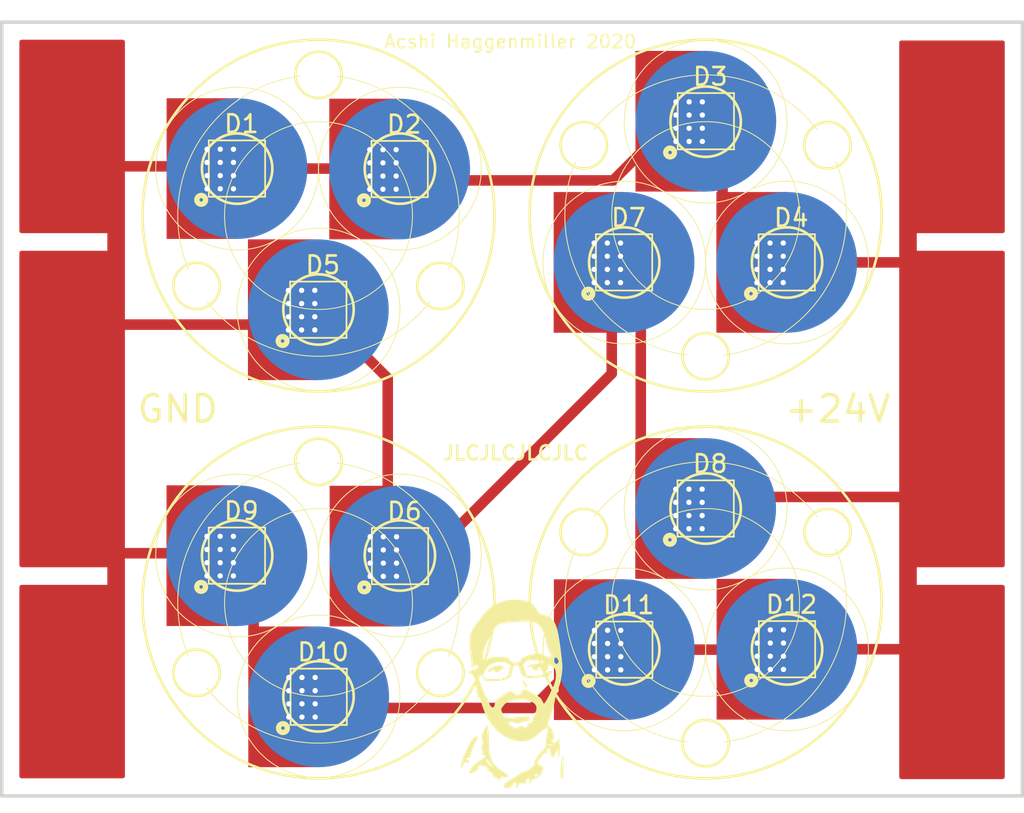
<source format=kicad_pcb>
(kicad_pcb (version 20171130) (host pcbnew 5.0.2-bee76a0~70~ubuntu18.04.1)

  (general
    (thickness 1.6)
    (drawings 8)
    (tracks 55)
    (zones 0)
    (modules 17)
    (nets 12)
  )

  (page A4)
  (layers
    (0 F.Cu signal)
    (31 B.Cu signal)
    (32 B.Adhes user)
    (33 F.Adhes user)
    (34 B.Paste user)
    (35 F.Paste user)
    (36 B.SilkS user)
    (37 F.SilkS user)
    (38 B.Mask user)
    (39 F.Mask user)
    (40 Dwgs.User user)
    (41 Cmts.User user)
    (42 Eco1.User user)
    (43 Eco2.User user)
    (44 Edge.Cuts user)
    (45 Margin user)
    (46 B.CrtYd user)
    (47 F.CrtYd user)
    (48 B.Fab user)
    (49 F.Fab user)
  )

  (setup
    (last_trace_width 0.25)
    (user_trace_width 0.6)
    (trace_clearance 0.2)
    (zone_clearance 0.508)
    (zone_45_only no)
    (trace_min 0.2)
    (segment_width 0.2)
    (edge_width 0.15)
    (via_size 0.8)
    (via_drill 0.4)
    (via_min_size 0.4)
    (via_min_drill 0.3)
    (uvia_size 0.3)
    (uvia_drill 0.1)
    (uvias_allowed no)
    (uvia_min_size 0.2)
    (uvia_min_drill 0.1)
    (pcb_text_width 0.3)
    (pcb_text_size 1.5 1.5)
    (mod_edge_width 0.15)
    (mod_text_size 1 1)
    (mod_text_width 0.15)
    (pad_size 0.3 0.5)
    (pad_drill 0)
    (pad_to_mask_clearance 0.051)
    (solder_mask_min_width 0.25)
    (aux_axis_origin 0 0)
    (visible_elements FFFFFF7F)
    (pcbplotparams
      (layerselection 0x010e8_ffffffff)
      (usegerberextensions false)
      (usegerberattributes false)
      (usegerberadvancedattributes false)
      (creategerberjobfile false)
      (excludeedgelayer true)
      (linewidth 0.100000)
      (plotframeref false)
      (viasonmask true)
      (mode 1)
      (useauxorigin false)
      (hpglpennumber 1)
      (hpglpenspeed 20)
      (hpglpendiameter 15.000000)
      (psnegative false)
      (psa4output false)
      (plotreference true)
      (plotvalue true)
      (plotinvisibletext false)
      (padsonsilk false)
      (subtractmaskfromsilk false)
      (outputformat 1)
      (mirror false)
      (drillshape 0)
      (scaleselection 1)
      (outputdirectory "led_skylight_gerber/"))
  )

  (net 0 "")
  (net 1 +24V)
  (net 2 "Net-(D1-Pad1)")
  (net 3 "Net-(D2-Pad1)")
  (net 4 "Net-(D3-Pad1)")
  (net 5 "Net-(D5-Pad1)")
  (net 6 "Net-(D6-Pad1)")
  (net 7 "Net-(D10-Pad2)")
  (net 8 GND)
  (net 9 "Net-(D7-Pad1)")
  (net 10 "Net-(D10-Pad1)")
  (net 11 "Net-(D11-Pad1)")

  (net_class Default "This is the default net class."
    (clearance 0.2)
    (trace_width 0.25)
    (via_dia 0.8)
    (via_drill 0.4)
    (uvia_dia 0.3)
    (uvia_drill 0.1)
    (add_net +24V)
    (add_net GND)
    (add_net "Net-(D1-Pad1)")
    (add_net "Net-(D10-Pad1)")
    (add_net "Net-(D10-Pad2)")
    (add_net "Net-(D11-Pad1)")
    (add_net "Net-(D2-Pad1)")
    (add_net "Net-(D3-Pad1)")
    (add_net "Net-(D5-Pad1)")
    (add_net "Net-(D6-Pad1)")
    (add_net "Net-(D7-Pad1)")
  )

  (module Carlco_10507:Carlco-10507 (layer F.Cu) (tedit 5E1FF03E) (tstamp 5E408BCF)
    (at 142 82 180)
    (fp_text reference REF** (at -7.62 10.668 180) (layer F.SilkS) hide
      (effects (font (size 1 1) (thickness 0.15)))
    )
    (fp_text value Carlco-10507 (at -0.1892 -10.9386 180) (layer F.Fab)
      (effects (font (size 1 1) (thickness 0.15)))
    )
    (fp_circle (center 0 -8) (end 1.32 -8) (layer F.SilkS) (width 0.15))
    (fp_circle (center -6.928 4) (end -5.608 4) (layer F.SilkS) (width 0.15))
    (fp_circle (center 6.928 4) (end 8.248 4) (layer F.SilkS) (width 0.15))
    (fp_circle (center 0 5.34) (end 2 5.34) (layer F.SilkS) (width 0.15))
    (fp_circle (center 4.625 -2.67) (end 6.625 -2.67) (layer F.SilkS) (width 0.15))
    (fp_circle (center -4.625 -2.67) (end -2.625 -2.67) (layer F.SilkS) (width 0.15))
    (fp_circle (center 0 5.34) (end 4.625 5.34) (layer F.SilkS) (width 0.05))
    (fp_circle (center 4.625 -2.67) (end 9.25 -2.67) (layer F.SilkS) (width 0.05))
    (fp_circle (center -4.625 -2.67) (end 0 -2.67) (layer F.SilkS) (width 0.05))
    (fp_circle (center 0 0) (end 5.34 0) (layer F.SilkS) (width 0.05))
    (fp_circle (center 0 0) (end 8 0) (layer F.SilkS) (width 0.05))
    (fp_circle (center 0 0) (end 10 0) (layer F.SilkS) (width 0.15))
    (pad "" np_thru_hole circle (at 0 -8 180) (size 2.1 2.1) (drill 2.1) (layers *.Cu))
    (pad "" np_thru_hole circle (at -6.928 4 180) (size 2.1 2.1) (drill 2.1) (layers *.Cu))
    (pad "" np_thru_hole circle (at 6.928 4 180) (size 2.1 2.1) (drill 2.1) (layers *.Cu))
  )

  (module Carlco_10507:Carlco-10507 (layer F.Cu) (tedit 5E1FF03E) (tstamp 5E408BAB)
    (at 120 82)
    (fp_text reference REF** (at -7.62 10.668) (layer F.SilkS) hide
      (effects (font (size 1 1) (thickness 0.15)))
    )
    (fp_text value Carlco-10507 (at -0.3152 11.1418) (layer F.Fab)
      (effects (font (size 1 1) (thickness 0.15)))
    )
    (fp_circle (center 0 -8) (end 1.32 -8) (layer F.SilkS) (width 0.15))
    (fp_circle (center -6.928 4) (end -5.608 4) (layer F.SilkS) (width 0.15))
    (fp_circle (center 6.928 4) (end 8.248 4) (layer F.SilkS) (width 0.15))
    (fp_circle (center 0 5.34) (end 2 5.34) (layer F.SilkS) (width 0.15))
    (fp_circle (center 4.625 -2.67) (end 6.625 -2.67) (layer F.SilkS) (width 0.15))
    (fp_circle (center -4.625 -2.67) (end -2.625 -2.67) (layer F.SilkS) (width 0.15))
    (fp_circle (center 0 5.34) (end 4.625 5.34) (layer F.SilkS) (width 0.05))
    (fp_circle (center 4.625 -2.67) (end 9.25 -2.67) (layer F.SilkS) (width 0.05))
    (fp_circle (center -4.625 -2.67) (end 0 -2.67) (layer F.SilkS) (width 0.05))
    (fp_circle (center 0 0) (end 5.34 0) (layer F.SilkS) (width 0.05))
    (fp_circle (center 0 0) (end 8 0) (layer F.SilkS) (width 0.05))
    (fp_circle (center 0 0) (end 10 0) (layer F.SilkS) (width 0.15))
    (pad "" np_thru_hole circle (at 0 -8) (size 2.1 2.1) (drill 2.1) (layers *.Cu))
    (pad "" np_thru_hole circle (at -6.928 4) (size 2.1 2.1) (drill 2.1) (layers *.Cu))
    (pad "" np_thru_hole circle (at 6.928 4) (size 2.1 2.1) (drill 2.1) (layers *.Cu))
  )

  (module Carlco_10507:Carlco-10507 (layer F.Cu) (tedit 5E1FF03E) (tstamp 5E408B87)
    (at 142 60 180)
    (fp_text reference REF** (at -7.62 10.668 180) (layer F.SilkS) hide
      (effects (font (size 1 1) (thickness 0.15)))
    )
    (fp_text value Carlco-10507 (at -0.0368 11.4098 180) (layer F.Fab)
      (effects (font (size 1 1) (thickness 0.15)))
    )
    (fp_circle (center 0 -8) (end 1.32 -8) (layer F.SilkS) (width 0.15))
    (fp_circle (center -6.928 4) (end -5.608 4) (layer F.SilkS) (width 0.15))
    (fp_circle (center 6.928 4) (end 8.248 4) (layer F.SilkS) (width 0.15))
    (fp_circle (center 0 5.34) (end 2 5.34) (layer F.SilkS) (width 0.15))
    (fp_circle (center 4.625 -2.67) (end 6.625 -2.67) (layer F.SilkS) (width 0.15))
    (fp_circle (center -4.625 -2.67) (end -2.625 -2.67) (layer F.SilkS) (width 0.15))
    (fp_circle (center 0 5.34) (end 4.625 5.34) (layer F.SilkS) (width 0.05))
    (fp_circle (center 4.625 -2.67) (end 9.25 -2.67) (layer F.SilkS) (width 0.05))
    (fp_circle (center -4.625 -2.67) (end 0 -2.67) (layer F.SilkS) (width 0.05))
    (fp_circle (center 0 0) (end 5.34 0) (layer F.SilkS) (width 0.05))
    (fp_circle (center 0 0) (end 8 0) (layer F.SilkS) (width 0.05))
    (fp_circle (center 0 0) (end 10 0) (layer F.SilkS) (width 0.15))
    (pad "" np_thru_hole circle (at 0 -8 180) (size 2.1 2.1) (drill 2.1) (layers *.Cu))
    (pad "" np_thru_hole circle (at -6.928 4 180) (size 2.1 2.1) (drill 2.1) (layers *.Cu))
    (pad "" np_thru_hole circle (at 6.928 4 180) (size 2.1 2.1) (drill 2.1) (layers *.Cu))
  )

  (module JK3030AWT-P:JK3030AWT-P (layer F.Cu) (tedit 5E20034E) (tstamp 5E3622E3)
    (at 115.3668 57.3278)
    (path /5E1FD7FB)
    (attr smd)
    (fp_text reference D1 (at 0.254 -2.54) (layer F.SilkS)
      (effects (font (size 1 1) (thickness 0.15)))
    )
    (fp_text value " JK3030AWT-P-U57" (at 0.762 3.048) (layer F.Fab) hide
      (effects (font (size 1 1) (thickness 0.15)))
    )
    (fp_circle (center 0 0) (end 1.3 0) (layer Dwgs.User) (width 0.15))
    (fp_circle (center -2.032 1.778) (end -1.932 1.778) (layer F.SilkS) (width 0.3))
    (fp_line (start -1.6 -1.6) (end 1.6 -1.6) (layer F.SilkS) (width 0.1))
    (fp_line (start 1.6 -1.6) (end 1.6 1.6) (layer F.SilkS) (width 0.1))
    (fp_line (start 1.6 1.6) (end -1.6 1.6) (layer F.SilkS) (width 0.1))
    (fp_line (start -1.6 1.6) (end -1.6 -1.6) (layer F.SilkS) (width 0.1))
    (pad 2 smd rect (at -2 0) (size 4 8) (layers F.Cu)
      (net 1 +24V))
    (pad 2 smd circle (at 0 0) (size 8 8) (layers B.Cu B.Mask)
      (net 1 +24V))
    (pad 2 thru_hole circle (at -0.2 1.15) (size 0.6 0.6) (drill 0.3) (layers *.Cu *.Mask)
      (net 1 +24V))
    (pad 2 thru_hole circle (at -0.95 1.15) (size 0.6 0.6) (drill 0.3) (layers *.Cu *.Mask)
      (net 1 +24V))
    (pad 2 thru_hole circle (at -1.7 1.15) (size 0.6 0.6) (drill 0.3) (layers *.Cu *.Mask)
      (net 1 +24V))
    (pad 2 thru_hole circle (at -0.2 0.4) (size 0.6 0.6) (drill 0.3) (layers *.Cu *.Mask)
      (net 1 +24V))
    (pad 2 thru_hole circle (at -0.95 0.4) (size 0.6 0.6) (drill 0.3) (layers *.Cu *.Mask)
      (net 1 +24V))
    (pad 2 thru_hole circle (at -1.7 0.4) (size 0.6 0.6) (drill 0.3) (layers *.Cu *.Mask)
      (net 1 +24V))
    (pad 2 thru_hole circle (at -0.95 -0.35) (size 0.6 0.6) (drill 0.3) (layers *.Cu *.Mask)
      (net 1 +24V))
    (pad 2 thru_hole circle (at -1.7 -0.35) (size 0.6 0.6) (drill 0.3) (layers *.Cu *.Mask)
      (net 1 +24V))
    (pad 2 thru_hole circle (at -0.2 -0.35) (size 0.6 0.6) (drill 0.3) (layers *.Cu *.Mask)
      (net 1 +24V))
    (pad 2 thru_hole circle (at -1.7 -1.1) (size 0.6 0.6) (drill 0.3) (layers *.Cu *.Mask)
      (net 1 +24V))
    (pad 2 thru_hole circle (at -0.2 -1.1) (size 0.6 0.6) (drill 0.3) (layers *.Cu *.Mask)
      (net 1 +24V))
    (pad 2 thru_hole circle (at -0.95 -1.1) (size 0.6 0.6) (drill 0.3) (layers *.Cu *.Mask)
      (net 1 +24V))
    (pad 2 smd rect (at -0.7 0) (size 1.6 2.4) (layers F.Cu F.Mask)
      (net 1 +24V))
    (pad 1 smd rect (at 0.95 0) (size 0.6 2.4) (layers F.Cu F.Mask)
      (net 2 "Net-(D1-Pad1)"))
    (pad 1 smd rect (at 1.4 0) (size 0.3 0.5) (layers F.Cu F.Mask)
      (net 2 "Net-(D1-Pad1)"))
    (pad 2 smd rect (at -0.7 0) (size 1.3 1.9) (layers F.Cu F.Paste)
      (net 1 +24V))
    (pad 1 smd rect (at 0.95 0) (size 0.4 1.9) (layers F.Cu F.Paste)
      (net 2 "Net-(D1-Pad1)"))
  )

  (module JK3030AWT-P:JK3030AWT-P (layer F.Cu) (tedit 5E20034E) (tstamp 5E3622F1)
    (at 124.6124 57.3532)
    (path /5E1FD85E)
    (attr smd)
    (fp_text reference D2 (at 0.254 -2.54) (layer F.SilkS)
      (effects (font (size 1 1) (thickness 0.15)))
    )
    (fp_text value " JK3030AWT-P-U57" (at 0.762 3.048) (layer F.Fab) hide
      (effects (font (size 1 1) (thickness 0.15)))
    )
    (fp_circle (center 0 0) (end 1.3 0) (layer Dwgs.User) (width 0.15))
    (fp_circle (center -2.032 1.778) (end -1.932 1.778) (layer F.SilkS) (width 0.3))
    (fp_line (start -1.6 -1.6) (end 1.6 -1.6) (layer F.SilkS) (width 0.1))
    (fp_line (start 1.6 -1.6) (end 1.6 1.6) (layer F.SilkS) (width 0.1))
    (fp_line (start 1.6 1.6) (end -1.6 1.6) (layer F.SilkS) (width 0.1))
    (fp_line (start -1.6 1.6) (end -1.6 -1.6) (layer F.SilkS) (width 0.1))
    (pad 2 smd rect (at -2 0) (size 4 8) (layers F.Cu)
      (net 2 "Net-(D1-Pad1)"))
    (pad 2 smd circle (at 0 0) (size 8 8) (layers B.Cu B.Mask)
      (net 2 "Net-(D1-Pad1)"))
    (pad 2 thru_hole circle (at -0.2 1.15) (size 0.6 0.6) (drill 0.3) (layers *.Cu *.Mask)
      (net 2 "Net-(D1-Pad1)"))
    (pad 2 thru_hole circle (at -0.95 1.15) (size 0.6 0.6) (drill 0.3) (layers *.Cu *.Mask)
      (net 2 "Net-(D1-Pad1)"))
    (pad 2 thru_hole circle (at -1.7 1.15) (size 0.6 0.6) (drill 0.3) (layers *.Cu *.Mask)
      (net 2 "Net-(D1-Pad1)"))
    (pad 2 thru_hole circle (at -0.2 0.4) (size 0.6 0.6) (drill 0.3) (layers *.Cu *.Mask)
      (net 2 "Net-(D1-Pad1)"))
    (pad 2 thru_hole circle (at -0.95 0.4) (size 0.6 0.6) (drill 0.3) (layers *.Cu *.Mask)
      (net 2 "Net-(D1-Pad1)"))
    (pad 2 thru_hole circle (at -1.7 0.4) (size 0.6 0.6) (drill 0.3) (layers *.Cu *.Mask)
      (net 2 "Net-(D1-Pad1)"))
    (pad 2 thru_hole circle (at -0.95 -0.35) (size 0.6 0.6) (drill 0.3) (layers *.Cu *.Mask)
      (net 2 "Net-(D1-Pad1)"))
    (pad 2 thru_hole circle (at -1.7 -0.35) (size 0.6 0.6) (drill 0.3) (layers *.Cu *.Mask)
      (net 2 "Net-(D1-Pad1)"))
    (pad 2 thru_hole circle (at -0.2 -0.35) (size 0.6 0.6) (drill 0.3) (layers *.Cu *.Mask)
      (net 2 "Net-(D1-Pad1)"))
    (pad 2 thru_hole circle (at -1.7 -1.1) (size 0.6 0.6) (drill 0.3) (layers *.Cu *.Mask)
      (net 2 "Net-(D1-Pad1)"))
    (pad 2 thru_hole circle (at -0.2 -1.1) (size 0.6 0.6) (drill 0.3) (layers *.Cu *.Mask)
      (net 2 "Net-(D1-Pad1)"))
    (pad 2 thru_hole circle (at -0.95 -1.1) (size 0.6 0.6) (drill 0.3) (layers *.Cu *.Mask)
      (net 2 "Net-(D1-Pad1)"))
    (pad 2 smd rect (at -0.7 0) (size 1.6 2.4) (layers F.Cu F.Mask)
      (net 2 "Net-(D1-Pad1)"))
    (pad 1 smd rect (at 0.95 0) (size 0.6 2.4) (layers F.Cu F.Mask)
      (net 3 "Net-(D2-Pad1)"))
    (pad 1 smd rect (at 1.4 0) (size 0.3 0.5) (layers F.Cu F.Mask)
      (net 3 "Net-(D2-Pad1)"))
    (pad 2 smd rect (at -0.7 0) (size 1.3 1.9) (layers F.Cu F.Paste)
      (net 2 "Net-(D1-Pad1)"))
    (pad 1 smd rect (at 0.95 0) (size 0.4 1.9) (layers F.Cu F.Paste)
      (net 3 "Net-(D2-Pad1)"))
  )

  (module JK3030AWT-P:JK3030AWT-P (layer F.Cu) (tedit 5E20034E) (tstamp 5E3622FF)
    (at 142.0114 54.6354)
    (path /5E1FD87E)
    (attr smd)
    (fp_text reference D3 (at 0.254 -2.54) (layer F.SilkS)
      (effects (font (size 1 1) (thickness 0.15)))
    )
    (fp_text value " JK3030AWT-P-U57" (at 0.762 3.048) (layer F.Fab) hide
      (effects (font (size 1 1) (thickness 0.15)))
    )
    (fp_circle (center 0 0) (end 1.3 0) (layer Dwgs.User) (width 0.15))
    (fp_circle (center -2.032 1.778) (end -1.932 1.778) (layer F.SilkS) (width 0.3))
    (fp_line (start -1.6 -1.6) (end 1.6 -1.6) (layer F.SilkS) (width 0.1))
    (fp_line (start 1.6 -1.6) (end 1.6 1.6) (layer F.SilkS) (width 0.1))
    (fp_line (start 1.6 1.6) (end -1.6 1.6) (layer F.SilkS) (width 0.1))
    (fp_line (start -1.6 1.6) (end -1.6 -1.6) (layer F.SilkS) (width 0.1))
    (pad 2 smd rect (at -2 0) (size 4 8) (layers F.Cu)
      (net 3 "Net-(D2-Pad1)"))
    (pad 2 smd circle (at 0 0) (size 8 8) (layers B.Cu B.Mask)
      (net 3 "Net-(D2-Pad1)"))
    (pad 2 thru_hole circle (at -0.2 1.15) (size 0.6 0.6) (drill 0.3) (layers *.Cu *.Mask)
      (net 3 "Net-(D2-Pad1)"))
    (pad 2 thru_hole circle (at -0.95 1.15) (size 0.6 0.6) (drill 0.3) (layers *.Cu *.Mask)
      (net 3 "Net-(D2-Pad1)"))
    (pad 2 thru_hole circle (at -1.7 1.15) (size 0.6 0.6) (drill 0.3) (layers *.Cu *.Mask)
      (net 3 "Net-(D2-Pad1)"))
    (pad 2 thru_hole circle (at -0.2 0.4) (size 0.6 0.6) (drill 0.3) (layers *.Cu *.Mask)
      (net 3 "Net-(D2-Pad1)"))
    (pad 2 thru_hole circle (at -0.95 0.4) (size 0.6 0.6) (drill 0.3) (layers *.Cu *.Mask)
      (net 3 "Net-(D2-Pad1)"))
    (pad 2 thru_hole circle (at -1.7 0.4) (size 0.6 0.6) (drill 0.3) (layers *.Cu *.Mask)
      (net 3 "Net-(D2-Pad1)"))
    (pad 2 thru_hole circle (at -0.95 -0.35) (size 0.6 0.6) (drill 0.3) (layers *.Cu *.Mask)
      (net 3 "Net-(D2-Pad1)"))
    (pad 2 thru_hole circle (at -1.7 -0.35) (size 0.6 0.6) (drill 0.3) (layers *.Cu *.Mask)
      (net 3 "Net-(D2-Pad1)"))
    (pad 2 thru_hole circle (at -0.2 -0.35) (size 0.6 0.6) (drill 0.3) (layers *.Cu *.Mask)
      (net 3 "Net-(D2-Pad1)"))
    (pad 2 thru_hole circle (at -1.7 -1.1) (size 0.6 0.6) (drill 0.3) (layers *.Cu *.Mask)
      (net 3 "Net-(D2-Pad1)"))
    (pad 2 thru_hole circle (at -0.2 -1.1) (size 0.6 0.6) (drill 0.3) (layers *.Cu *.Mask)
      (net 3 "Net-(D2-Pad1)"))
    (pad 2 thru_hole circle (at -0.95 -1.1) (size 0.6 0.6) (drill 0.3) (layers *.Cu *.Mask)
      (net 3 "Net-(D2-Pad1)"))
    (pad 2 smd rect (at -0.7 0) (size 1.6 2.4) (layers F.Cu F.Mask)
      (net 3 "Net-(D2-Pad1)"))
    (pad 1 smd rect (at 0.95 0) (size 0.6 2.4) (layers F.Cu F.Mask)
      (net 4 "Net-(D3-Pad1)"))
    (pad 1 smd rect (at 1.4 0) (size 0.3 0.5) (layers F.Cu F.Mask)
      (net 4 "Net-(D3-Pad1)"))
    (pad 2 smd rect (at -0.7 0) (size 1.3 1.9) (layers F.Cu F.Paste)
      (net 3 "Net-(D2-Pad1)"))
    (pad 1 smd rect (at 0.95 0) (size 0.4 1.9) (layers F.Cu F.Paste)
      (net 4 "Net-(D3-Pad1)"))
  )

  (module JK3030AWT-P:JK3030AWT-P (layer F.Cu) (tedit 5E20034E) (tstamp 5E4096AE)
    (at 146.6088 62.6618)
    (path /5E1FD89C)
    (attr smd)
    (fp_text reference D4 (at 0.254 -2.54) (layer F.SilkS)
      (effects (font (size 1 1) (thickness 0.15)))
    )
    (fp_text value " JK3030AWT-P-U57" (at 0.762 3.048) (layer F.Fab) hide
      (effects (font (size 1 1) (thickness 0.15)))
    )
    (fp_circle (center 0 0) (end 1.3 0) (layer Dwgs.User) (width 0.15))
    (fp_circle (center -2.032 1.778) (end -1.932 1.778) (layer F.SilkS) (width 0.3))
    (fp_line (start -1.6 -1.6) (end 1.6 -1.6) (layer F.SilkS) (width 0.1))
    (fp_line (start 1.6 -1.6) (end 1.6 1.6) (layer F.SilkS) (width 0.1))
    (fp_line (start 1.6 1.6) (end -1.6 1.6) (layer F.SilkS) (width 0.1))
    (fp_line (start -1.6 1.6) (end -1.6 -1.6) (layer F.SilkS) (width 0.1))
    (pad 2 smd rect (at -2 0) (size 4 8) (layers F.Cu)
      (net 4 "Net-(D3-Pad1)"))
    (pad 2 smd circle (at 0 0) (size 8 8) (layers B.Cu B.Mask)
      (net 4 "Net-(D3-Pad1)"))
    (pad 2 thru_hole circle (at -0.2 1.15) (size 0.6 0.6) (drill 0.3) (layers *.Cu *.Mask)
      (net 4 "Net-(D3-Pad1)"))
    (pad 2 thru_hole circle (at -0.95 1.15) (size 0.6 0.6) (drill 0.3) (layers *.Cu *.Mask)
      (net 4 "Net-(D3-Pad1)"))
    (pad 2 thru_hole circle (at -1.7 1.15) (size 0.6 0.6) (drill 0.3) (layers *.Cu *.Mask)
      (net 4 "Net-(D3-Pad1)"))
    (pad 2 thru_hole circle (at -0.2 0.4) (size 0.6 0.6) (drill 0.3) (layers *.Cu *.Mask)
      (net 4 "Net-(D3-Pad1)"))
    (pad 2 thru_hole circle (at -0.95 0.4) (size 0.6 0.6) (drill 0.3) (layers *.Cu *.Mask)
      (net 4 "Net-(D3-Pad1)"))
    (pad 2 thru_hole circle (at -1.7 0.4) (size 0.6 0.6) (drill 0.3) (layers *.Cu *.Mask)
      (net 4 "Net-(D3-Pad1)"))
    (pad 2 thru_hole circle (at -0.95 -0.35) (size 0.6 0.6) (drill 0.3) (layers *.Cu *.Mask)
      (net 4 "Net-(D3-Pad1)"))
    (pad 2 thru_hole circle (at -1.7 -0.35) (size 0.6 0.6) (drill 0.3) (layers *.Cu *.Mask)
      (net 4 "Net-(D3-Pad1)"))
    (pad 2 thru_hole circle (at -0.2 -0.35) (size 0.6 0.6) (drill 0.3) (layers *.Cu *.Mask)
      (net 4 "Net-(D3-Pad1)"))
    (pad 2 thru_hole circle (at -1.7 -1.1) (size 0.6 0.6) (drill 0.3) (layers *.Cu *.Mask)
      (net 4 "Net-(D3-Pad1)"))
    (pad 2 thru_hole circle (at -0.2 -1.1) (size 0.6 0.6) (drill 0.3) (layers *.Cu *.Mask)
      (net 4 "Net-(D3-Pad1)"))
    (pad 2 thru_hole circle (at -0.95 -1.1) (size 0.6 0.6) (drill 0.3) (layers *.Cu *.Mask)
      (net 4 "Net-(D3-Pad1)"))
    (pad 2 smd rect (at -0.7 0) (size 1.6 2.4) (layers F.Cu F.Mask)
      (net 4 "Net-(D3-Pad1)"))
    (pad 1 smd rect (at 0.95 0) (size 0.6 2.4) (layers F.Cu F.Mask)
      (net 8 GND))
    (pad 1 smd rect (at 1.4 0) (size 0.3 0.5) (layers F.Cu F.Mask)
      (net 8 GND))
    (pad 2 smd rect (at -0.7 0) (size 1.3 1.9) (layers F.Cu F.Paste)
      (net 4 "Net-(D3-Pad1)"))
    (pad 1 smd rect (at 0.95 0) (size 0.4 1.9) (layers F.Cu F.Paste)
      (net 8 GND))
  )

  (module JK3030AWT-P:JK3030AWT-P (layer F.Cu) (tedit 5E20034E) (tstamp 5E36231B)
    (at 119.9896 65.3542)
    (path /5E1FE368)
    (attr smd)
    (fp_text reference D5 (at 0.254 -2.54) (layer F.SilkS)
      (effects (font (size 1 1) (thickness 0.15)))
    )
    (fp_text value " JK3030AWT-P-U57" (at 0.762 3.048) (layer F.Fab) hide
      (effects (font (size 1 1) (thickness 0.15)))
    )
    (fp_circle (center 0 0) (end 1.3 0) (layer Dwgs.User) (width 0.15))
    (fp_circle (center -2.032 1.778) (end -1.932 1.778) (layer F.SilkS) (width 0.3))
    (fp_line (start -1.6 -1.6) (end 1.6 -1.6) (layer F.SilkS) (width 0.1))
    (fp_line (start 1.6 -1.6) (end 1.6 1.6) (layer F.SilkS) (width 0.1))
    (fp_line (start 1.6 1.6) (end -1.6 1.6) (layer F.SilkS) (width 0.1))
    (fp_line (start -1.6 1.6) (end -1.6 -1.6) (layer F.SilkS) (width 0.1))
    (pad 2 smd rect (at -2 0) (size 4 8) (layers F.Cu)
      (net 1 +24V))
    (pad 2 smd circle (at 0 0) (size 8 8) (layers B.Cu B.Mask)
      (net 1 +24V))
    (pad 2 thru_hole circle (at -0.2 1.15) (size 0.6 0.6) (drill 0.3) (layers *.Cu *.Mask)
      (net 1 +24V))
    (pad 2 thru_hole circle (at -0.95 1.15) (size 0.6 0.6) (drill 0.3) (layers *.Cu *.Mask)
      (net 1 +24V))
    (pad 2 thru_hole circle (at -1.7 1.15) (size 0.6 0.6) (drill 0.3) (layers *.Cu *.Mask)
      (net 1 +24V))
    (pad 2 thru_hole circle (at -0.2 0.4) (size 0.6 0.6) (drill 0.3) (layers *.Cu *.Mask)
      (net 1 +24V))
    (pad 2 thru_hole circle (at -0.95 0.4) (size 0.6 0.6) (drill 0.3) (layers *.Cu *.Mask)
      (net 1 +24V))
    (pad 2 thru_hole circle (at -1.7 0.4) (size 0.6 0.6) (drill 0.3) (layers *.Cu *.Mask)
      (net 1 +24V))
    (pad 2 thru_hole circle (at -0.95 -0.35) (size 0.6 0.6) (drill 0.3) (layers *.Cu *.Mask)
      (net 1 +24V))
    (pad 2 thru_hole circle (at -1.7 -0.35) (size 0.6 0.6) (drill 0.3) (layers *.Cu *.Mask)
      (net 1 +24V))
    (pad 2 thru_hole circle (at -0.2 -0.35) (size 0.6 0.6) (drill 0.3) (layers *.Cu *.Mask)
      (net 1 +24V))
    (pad 2 thru_hole circle (at -1.7 -1.1) (size 0.6 0.6) (drill 0.3) (layers *.Cu *.Mask)
      (net 1 +24V))
    (pad 2 thru_hole circle (at -0.2 -1.1) (size 0.6 0.6) (drill 0.3) (layers *.Cu *.Mask)
      (net 1 +24V))
    (pad 2 thru_hole circle (at -0.95 -1.1) (size 0.6 0.6) (drill 0.3) (layers *.Cu *.Mask)
      (net 1 +24V))
    (pad 2 smd rect (at -0.7 0) (size 1.6 2.4) (layers F.Cu F.Mask)
      (net 1 +24V))
    (pad 1 smd rect (at 0.95 0) (size 0.6 2.4) (layers F.Cu F.Mask)
      (net 5 "Net-(D5-Pad1)"))
    (pad 1 smd rect (at 1.4 0) (size 0.3 0.5) (layers F.Cu F.Mask)
      (net 5 "Net-(D5-Pad1)"))
    (pad 2 smd rect (at -0.7 0) (size 1.3 1.9) (layers F.Cu F.Paste)
      (net 1 +24V))
    (pad 1 smd rect (at 0.95 0) (size 0.4 1.9) (layers F.Cu F.Paste)
      (net 5 "Net-(D5-Pad1)"))
  )

  (module JK3030AWT-P:JK3030AWT-P (layer F.Cu) (tedit 5E20034E) (tstamp 5E362329)
    (at 120.010592 87.364836)
    (path /5E1FE570)
    (attr smd)
    (fp_text reference D10 (at 0.254 -2.54) (layer F.SilkS)
      (effects (font (size 1 1) (thickness 0.15)))
    )
    (fp_text value " JK3030AWT-P-U57" (at 0.762 3.048) (layer F.Fab) hide
      (effects (font (size 1 1) (thickness 0.15)))
    )
    (fp_circle (center 0 0) (end 1.3 0) (layer Dwgs.User) (width 0.15))
    (fp_circle (center -2.032 1.778) (end -1.932 1.778) (layer F.SilkS) (width 0.3))
    (fp_line (start -1.6 -1.6) (end 1.6 -1.6) (layer F.SilkS) (width 0.1))
    (fp_line (start 1.6 -1.6) (end 1.6 1.6) (layer F.SilkS) (width 0.1))
    (fp_line (start 1.6 1.6) (end -1.6 1.6) (layer F.SilkS) (width 0.1))
    (fp_line (start -1.6 1.6) (end -1.6 -1.6) (layer F.SilkS) (width 0.1))
    (pad 2 smd rect (at -2 0) (size 4 8) (layers F.Cu)
      (net 7 "Net-(D10-Pad2)"))
    (pad 2 smd circle (at 0 0) (size 8 8) (layers B.Cu B.Mask)
      (net 7 "Net-(D10-Pad2)"))
    (pad 2 thru_hole circle (at -0.2 1.15) (size 0.6 0.6) (drill 0.3) (layers *.Cu *.Mask)
      (net 7 "Net-(D10-Pad2)"))
    (pad 2 thru_hole circle (at -0.95 1.15) (size 0.6 0.6) (drill 0.3) (layers *.Cu *.Mask)
      (net 7 "Net-(D10-Pad2)"))
    (pad 2 thru_hole circle (at -1.7 1.15) (size 0.6 0.6) (drill 0.3) (layers *.Cu *.Mask)
      (net 7 "Net-(D10-Pad2)"))
    (pad 2 thru_hole circle (at -0.2 0.4) (size 0.6 0.6) (drill 0.3) (layers *.Cu *.Mask)
      (net 7 "Net-(D10-Pad2)"))
    (pad 2 thru_hole circle (at -0.95 0.4) (size 0.6 0.6) (drill 0.3) (layers *.Cu *.Mask)
      (net 7 "Net-(D10-Pad2)"))
    (pad 2 thru_hole circle (at -1.7 0.4) (size 0.6 0.6) (drill 0.3) (layers *.Cu *.Mask)
      (net 7 "Net-(D10-Pad2)"))
    (pad 2 thru_hole circle (at -0.95 -0.35) (size 0.6 0.6) (drill 0.3) (layers *.Cu *.Mask)
      (net 7 "Net-(D10-Pad2)"))
    (pad 2 thru_hole circle (at -1.7 -0.35) (size 0.6 0.6) (drill 0.3) (layers *.Cu *.Mask)
      (net 7 "Net-(D10-Pad2)"))
    (pad 2 thru_hole circle (at -0.2 -0.35) (size 0.6 0.6) (drill 0.3) (layers *.Cu *.Mask)
      (net 7 "Net-(D10-Pad2)"))
    (pad 2 thru_hole circle (at -1.7 -1.1) (size 0.6 0.6) (drill 0.3) (layers *.Cu *.Mask)
      (net 7 "Net-(D10-Pad2)"))
    (pad 2 thru_hole circle (at -0.2 -1.1) (size 0.6 0.6) (drill 0.3) (layers *.Cu *.Mask)
      (net 7 "Net-(D10-Pad2)"))
    (pad 2 thru_hole circle (at -0.95 -1.1) (size 0.6 0.6) (drill 0.3) (layers *.Cu *.Mask)
      (net 7 "Net-(D10-Pad2)"))
    (pad 2 smd rect (at -0.7 0) (size 1.6 2.4) (layers F.Cu F.Mask)
      (net 7 "Net-(D10-Pad2)"))
    (pad 1 smd rect (at 0.95 0) (size 0.6 2.4) (layers F.Cu F.Mask)
      (net 10 "Net-(D10-Pad1)"))
    (pad 1 smd rect (at 1.4 0) (size 0.3 0.5) (layers F.Cu F.Mask)
      (net 10 "Net-(D10-Pad1)"))
    (pad 2 smd rect (at -0.7 0) (size 1.3 1.9) (layers F.Cu F.Paste)
      (net 7 "Net-(D10-Pad2)"))
    (pad 1 smd rect (at 0.95 0) (size 0.4 1.9) (layers F.Cu F.Paste)
      (net 10 "Net-(D10-Pad1)"))
  )

  (module JK3030AWT-P:JK3030AWT-P (layer F.Cu) (tedit 5E20034E) (tstamp 5E362337)
    (at 146.623524 84.658002)
    (path /5E1FE57C)
    (attr smd)
    (fp_text reference D12 (at 0.254 -2.54) (layer F.SilkS)
      (effects (font (size 1 1) (thickness 0.15)))
    )
    (fp_text value " JK3030AWT-P-U57" (at 0.762 3.048) (layer F.Fab) hide
      (effects (font (size 1 1) (thickness 0.15)))
    )
    (fp_circle (center 0 0) (end 1.3 0) (layer Dwgs.User) (width 0.15))
    (fp_circle (center -2.032 1.778) (end -1.932 1.778) (layer F.SilkS) (width 0.3))
    (fp_line (start -1.6 -1.6) (end 1.6 -1.6) (layer F.SilkS) (width 0.1))
    (fp_line (start 1.6 -1.6) (end 1.6 1.6) (layer F.SilkS) (width 0.1))
    (fp_line (start 1.6 1.6) (end -1.6 1.6) (layer F.SilkS) (width 0.1))
    (fp_line (start -1.6 1.6) (end -1.6 -1.6) (layer F.SilkS) (width 0.1))
    (pad 2 smd rect (at -2 0) (size 4 8) (layers F.Cu)
      (net 11 "Net-(D11-Pad1)"))
    (pad 2 smd circle (at 0 0) (size 8 8) (layers B.Cu B.Mask)
      (net 11 "Net-(D11-Pad1)"))
    (pad 2 thru_hole circle (at -0.2 1.15) (size 0.6 0.6) (drill 0.3) (layers *.Cu *.Mask)
      (net 11 "Net-(D11-Pad1)"))
    (pad 2 thru_hole circle (at -0.95 1.15) (size 0.6 0.6) (drill 0.3) (layers *.Cu *.Mask)
      (net 11 "Net-(D11-Pad1)"))
    (pad 2 thru_hole circle (at -1.7 1.15) (size 0.6 0.6) (drill 0.3) (layers *.Cu *.Mask)
      (net 11 "Net-(D11-Pad1)"))
    (pad 2 thru_hole circle (at -0.2 0.4) (size 0.6 0.6) (drill 0.3) (layers *.Cu *.Mask)
      (net 11 "Net-(D11-Pad1)"))
    (pad 2 thru_hole circle (at -0.95 0.4) (size 0.6 0.6) (drill 0.3) (layers *.Cu *.Mask)
      (net 11 "Net-(D11-Pad1)"))
    (pad 2 thru_hole circle (at -1.7 0.4) (size 0.6 0.6) (drill 0.3) (layers *.Cu *.Mask)
      (net 11 "Net-(D11-Pad1)"))
    (pad 2 thru_hole circle (at -0.95 -0.35) (size 0.6 0.6) (drill 0.3) (layers *.Cu *.Mask)
      (net 11 "Net-(D11-Pad1)"))
    (pad 2 thru_hole circle (at -1.7 -0.35) (size 0.6 0.6) (drill 0.3) (layers *.Cu *.Mask)
      (net 11 "Net-(D11-Pad1)"))
    (pad 2 thru_hole circle (at -0.2 -0.35) (size 0.6 0.6) (drill 0.3) (layers *.Cu *.Mask)
      (net 11 "Net-(D11-Pad1)"))
    (pad 2 thru_hole circle (at -1.7 -1.1) (size 0.6 0.6) (drill 0.3) (layers *.Cu *.Mask)
      (net 11 "Net-(D11-Pad1)"))
    (pad 2 thru_hole circle (at -0.2 -1.1) (size 0.6 0.6) (drill 0.3) (layers *.Cu *.Mask)
      (net 11 "Net-(D11-Pad1)"))
    (pad 2 thru_hole circle (at -0.95 -1.1) (size 0.6 0.6) (drill 0.3) (layers *.Cu *.Mask)
      (net 11 "Net-(D11-Pad1)"))
    (pad 2 smd rect (at -0.7 0) (size 1.6 2.4) (layers F.Cu F.Mask)
      (net 11 "Net-(D11-Pad1)"))
    (pad 1 smd rect (at 0.95 0) (size 0.6 2.4) (layers F.Cu F.Mask)
      (net 8 GND))
    (pad 1 smd rect (at 1.4 0) (size 0.3 0.5) (layers F.Cu F.Mask)
      (net 8 GND))
    (pad 2 smd rect (at -0.7 0) (size 1.3 1.9) (layers F.Cu F.Paste)
      (net 11 "Net-(D11-Pad1)"))
    (pad 1 smd rect (at 0.95 0) (size 0.4 1.9) (layers F.Cu F.Paste)
      (net 8 GND))
  )

  (module JK3030AWT-P:JK3030AWT-P (layer F.Cu) (tedit 5E20034E) (tstamp 5E362345)
    (at 137.3632 62.6618)
    (path /5E1FE374)
    (attr smd)
    (fp_text reference D7 (at 0.254 -2.54) (layer F.SilkS)
      (effects (font (size 1 1) (thickness 0.15)))
    )
    (fp_text value " JK3030AWT-P-U57" (at 0.762 3.048) (layer F.Fab) hide
      (effects (font (size 1 1) (thickness 0.15)))
    )
    (fp_circle (center 0 0) (end 1.3 0) (layer Dwgs.User) (width 0.15))
    (fp_circle (center -2.032 1.778) (end -1.932 1.778) (layer F.SilkS) (width 0.3))
    (fp_line (start -1.6 -1.6) (end 1.6 -1.6) (layer F.SilkS) (width 0.1))
    (fp_line (start 1.6 -1.6) (end 1.6 1.6) (layer F.SilkS) (width 0.1))
    (fp_line (start 1.6 1.6) (end -1.6 1.6) (layer F.SilkS) (width 0.1))
    (fp_line (start -1.6 1.6) (end -1.6 -1.6) (layer F.SilkS) (width 0.1))
    (pad 2 smd rect (at -2 0) (size 4 8) (layers F.Cu)
      (net 6 "Net-(D6-Pad1)"))
    (pad 2 smd circle (at 0 0) (size 8 8) (layers B.Cu B.Mask)
      (net 6 "Net-(D6-Pad1)"))
    (pad 2 thru_hole circle (at -0.2 1.15) (size 0.6 0.6) (drill 0.3) (layers *.Cu *.Mask)
      (net 6 "Net-(D6-Pad1)"))
    (pad 2 thru_hole circle (at -0.95 1.15) (size 0.6 0.6) (drill 0.3) (layers *.Cu *.Mask)
      (net 6 "Net-(D6-Pad1)"))
    (pad 2 thru_hole circle (at -1.7 1.15) (size 0.6 0.6) (drill 0.3) (layers *.Cu *.Mask)
      (net 6 "Net-(D6-Pad1)"))
    (pad 2 thru_hole circle (at -0.2 0.4) (size 0.6 0.6) (drill 0.3) (layers *.Cu *.Mask)
      (net 6 "Net-(D6-Pad1)"))
    (pad 2 thru_hole circle (at -0.95 0.4) (size 0.6 0.6) (drill 0.3) (layers *.Cu *.Mask)
      (net 6 "Net-(D6-Pad1)"))
    (pad 2 thru_hole circle (at -1.7 0.4) (size 0.6 0.6) (drill 0.3) (layers *.Cu *.Mask)
      (net 6 "Net-(D6-Pad1)"))
    (pad 2 thru_hole circle (at -0.95 -0.35) (size 0.6 0.6) (drill 0.3) (layers *.Cu *.Mask)
      (net 6 "Net-(D6-Pad1)"))
    (pad 2 thru_hole circle (at -1.7 -0.35) (size 0.6 0.6) (drill 0.3) (layers *.Cu *.Mask)
      (net 6 "Net-(D6-Pad1)"))
    (pad 2 thru_hole circle (at -0.2 -0.35) (size 0.6 0.6) (drill 0.3) (layers *.Cu *.Mask)
      (net 6 "Net-(D6-Pad1)"))
    (pad 2 thru_hole circle (at -1.7 -1.1) (size 0.6 0.6) (drill 0.3) (layers *.Cu *.Mask)
      (net 6 "Net-(D6-Pad1)"))
    (pad 2 thru_hole circle (at -0.2 -1.1) (size 0.6 0.6) (drill 0.3) (layers *.Cu *.Mask)
      (net 6 "Net-(D6-Pad1)"))
    (pad 2 thru_hole circle (at -0.95 -1.1) (size 0.6 0.6) (drill 0.3) (layers *.Cu *.Mask)
      (net 6 "Net-(D6-Pad1)"))
    (pad 2 smd rect (at -0.7 0) (size 1.6 2.4) (layers F.Cu F.Mask)
      (net 6 "Net-(D6-Pad1)"))
    (pad 1 smd rect (at 0.95 0) (size 0.6 2.4) (layers F.Cu F.Mask)
      (net 9 "Net-(D7-Pad1)"))
    (pad 1 smd rect (at 1.4 0) (size 0.3 0.5) (layers F.Cu F.Mask)
      (net 9 "Net-(D7-Pad1)"))
    (pad 2 smd rect (at -0.7 0) (size 1.3 1.9) (layers F.Cu F.Paste)
      (net 6 "Net-(D6-Pad1)"))
    (pad 1 smd rect (at 0.95 0) (size 0.4 1.9) (layers F.Cu F.Paste)
      (net 9 "Net-(D7-Pad1)"))
  )

  (module JK3030AWT-P:JK3030AWT-P (layer F.Cu) (tedit 5E20034E) (tstamp 5E362353)
    (at 124.633392 79.363836)
    (path /5E1FE36E)
    (attr smd)
    (fp_text reference D6 (at 0.254 -2.54) (layer F.SilkS)
      (effects (font (size 1 1) (thickness 0.15)))
    )
    (fp_text value " JK3030AWT-P-U57" (at 0.762 3.048) (layer F.Fab) hide
      (effects (font (size 1 1) (thickness 0.15)))
    )
    (fp_circle (center 0 0) (end 1.3 0) (layer Dwgs.User) (width 0.15))
    (fp_circle (center -2.032 1.778) (end -1.932 1.778) (layer F.SilkS) (width 0.3))
    (fp_line (start -1.6 -1.6) (end 1.6 -1.6) (layer F.SilkS) (width 0.1))
    (fp_line (start 1.6 -1.6) (end 1.6 1.6) (layer F.SilkS) (width 0.1))
    (fp_line (start 1.6 1.6) (end -1.6 1.6) (layer F.SilkS) (width 0.1))
    (fp_line (start -1.6 1.6) (end -1.6 -1.6) (layer F.SilkS) (width 0.1))
    (pad 2 smd rect (at -2 0) (size 4 8) (layers F.Cu)
      (net 5 "Net-(D5-Pad1)"))
    (pad 2 smd circle (at 0 0) (size 8 8) (layers B.Cu B.Mask)
      (net 5 "Net-(D5-Pad1)"))
    (pad 2 thru_hole circle (at -0.2 1.15) (size 0.6 0.6) (drill 0.3) (layers *.Cu *.Mask)
      (net 5 "Net-(D5-Pad1)"))
    (pad 2 thru_hole circle (at -0.95 1.15) (size 0.6 0.6) (drill 0.3) (layers *.Cu *.Mask)
      (net 5 "Net-(D5-Pad1)"))
    (pad 2 thru_hole circle (at -1.7 1.15) (size 0.6 0.6) (drill 0.3) (layers *.Cu *.Mask)
      (net 5 "Net-(D5-Pad1)"))
    (pad 2 thru_hole circle (at -0.2 0.4) (size 0.6 0.6) (drill 0.3) (layers *.Cu *.Mask)
      (net 5 "Net-(D5-Pad1)"))
    (pad 2 thru_hole circle (at -0.95 0.4) (size 0.6 0.6) (drill 0.3) (layers *.Cu *.Mask)
      (net 5 "Net-(D5-Pad1)"))
    (pad 2 thru_hole circle (at -1.7 0.4) (size 0.6 0.6) (drill 0.3) (layers *.Cu *.Mask)
      (net 5 "Net-(D5-Pad1)"))
    (pad 2 thru_hole circle (at -0.95 -0.35) (size 0.6 0.6) (drill 0.3) (layers *.Cu *.Mask)
      (net 5 "Net-(D5-Pad1)"))
    (pad 2 thru_hole circle (at -1.7 -0.35) (size 0.6 0.6) (drill 0.3) (layers *.Cu *.Mask)
      (net 5 "Net-(D5-Pad1)"))
    (pad 2 thru_hole circle (at -0.2 -0.35) (size 0.6 0.6) (drill 0.3) (layers *.Cu *.Mask)
      (net 5 "Net-(D5-Pad1)"))
    (pad 2 thru_hole circle (at -1.7 -1.1) (size 0.6 0.6) (drill 0.3) (layers *.Cu *.Mask)
      (net 5 "Net-(D5-Pad1)"))
    (pad 2 thru_hole circle (at -0.2 -1.1) (size 0.6 0.6) (drill 0.3) (layers *.Cu *.Mask)
      (net 5 "Net-(D5-Pad1)"))
    (pad 2 thru_hole circle (at -0.95 -1.1) (size 0.6 0.6) (drill 0.3) (layers *.Cu *.Mask)
      (net 5 "Net-(D5-Pad1)"))
    (pad 2 smd rect (at -0.7 0) (size 1.6 2.4) (layers F.Cu F.Mask)
      (net 5 "Net-(D5-Pad1)"))
    (pad 1 smd rect (at 0.95 0) (size 0.6 2.4) (layers F.Cu F.Mask)
      (net 6 "Net-(D6-Pad1)"))
    (pad 1 smd rect (at 1.4 0) (size 0.3 0.5) (layers F.Cu F.Mask)
      (net 6 "Net-(D6-Pad1)"))
    (pad 2 smd rect (at -0.7 0) (size 1.3 1.9) (layers F.Cu F.Paste)
      (net 5 "Net-(D5-Pad1)"))
    (pad 1 smd rect (at 0.95 0) (size 0.4 1.9) (layers F.Cu F.Paste)
      (net 6 "Net-(D6-Pad1)"))
  )

  (module JK3030AWT-P:JK3030AWT-P (layer F.Cu) (tedit 5E20034E) (tstamp 5E362361)
    (at 115.362392 79.338436)
    (path /5E1FE56A)
    (attr smd)
    (fp_text reference D9 (at 0.254 -2.54) (layer F.SilkS)
      (effects (font (size 1 1) (thickness 0.15)))
    )
    (fp_text value " JK3030AWT-P-U57" (at 0.762 3.048) (layer F.Fab) hide
      (effects (font (size 1 1) (thickness 0.15)))
    )
    (fp_circle (center 0 0) (end 1.3 0) (layer Dwgs.User) (width 0.15))
    (fp_circle (center -2.032 1.778) (end -1.932 1.778) (layer F.SilkS) (width 0.3))
    (fp_line (start -1.6 -1.6) (end 1.6 -1.6) (layer F.SilkS) (width 0.1))
    (fp_line (start 1.6 -1.6) (end 1.6 1.6) (layer F.SilkS) (width 0.1))
    (fp_line (start 1.6 1.6) (end -1.6 1.6) (layer F.SilkS) (width 0.1))
    (fp_line (start -1.6 1.6) (end -1.6 -1.6) (layer F.SilkS) (width 0.1))
    (pad 2 smd rect (at -2 0) (size 4 8) (layers F.Cu)
      (net 1 +24V))
    (pad 2 smd circle (at 0 0) (size 8 8) (layers B.Cu B.Mask)
      (net 1 +24V))
    (pad 2 thru_hole circle (at -0.2 1.15) (size 0.6 0.6) (drill 0.3) (layers *.Cu *.Mask)
      (net 1 +24V))
    (pad 2 thru_hole circle (at -0.95 1.15) (size 0.6 0.6) (drill 0.3) (layers *.Cu *.Mask)
      (net 1 +24V))
    (pad 2 thru_hole circle (at -1.7 1.15) (size 0.6 0.6) (drill 0.3) (layers *.Cu *.Mask)
      (net 1 +24V))
    (pad 2 thru_hole circle (at -0.2 0.4) (size 0.6 0.6) (drill 0.3) (layers *.Cu *.Mask)
      (net 1 +24V))
    (pad 2 thru_hole circle (at -0.95 0.4) (size 0.6 0.6) (drill 0.3) (layers *.Cu *.Mask)
      (net 1 +24V))
    (pad 2 thru_hole circle (at -1.7 0.4) (size 0.6 0.6) (drill 0.3) (layers *.Cu *.Mask)
      (net 1 +24V))
    (pad 2 thru_hole circle (at -0.95 -0.35) (size 0.6 0.6) (drill 0.3) (layers *.Cu *.Mask)
      (net 1 +24V))
    (pad 2 thru_hole circle (at -1.7 -0.35) (size 0.6 0.6) (drill 0.3) (layers *.Cu *.Mask)
      (net 1 +24V))
    (pad 2 thru_hole circle (at -0.2 -0.35) (size 0.6 0.6) (drill 0.3) (layers *.Cu *.Mask)
      (net 1 +24V))
    (pad 2 thru_hole circle (at -1.7 -1.1) (size 0.6 0.6) (drill 0.3) (layers *.Cu *.Mask)
      (net 1 +24V))
    (pad 2 thru_hole circle (at -0.2 -1.1) (size 0.6 0.6) (drill 0.3) (layers *.Cu *.Mask)
      (net 1 +24V))
    (pad 2 thru_hole circle (at -0.95 -1.1) (size 0.6 0.6) (drill 0.3) (layers *.Cu *.Mask)
      (net 1 +24V))
    (pad 2 smd rect (at -0.7 0) (size 1.6 2.4) (layers F.Cu F.Mask)
      (net 1 +24V))
    (pad 1 smd rect (at 0.95 0) (size 0.6 2.4) (layers F.Cu F.Mask)
      (net 7 "Net-(D10-Pad2)"))
    (pad 1 smd rect (at 1.4 0) (size 0.3 0.5) (layers F.Cu F.Mask)
      (net 7 "Net-(D10-Pad2)"))
    (pad 2 smd rect (at -0.7 0) (size 1.3 1.9) (layers F.Cu F.Paste)
      (net 1 +24V))
    (pad 1 smd rect (at 0.95 0) (size 0.4 1.9) (layers F.Cu F.Paste)
      (net 7 "Net-(D10-Pad2)"))
  )

  (module JK3030AWT-P:JK3030AWT-P (layer F.Cu) (tedit 5E20034E) (tstamp 5E36236F)
    (at 142.000724 76.657002)
    (path /5E1FE37A)
    (attr smd)
    (fp_text reference D8 (at 0.254 -2.54) (layer F.SilkS)
      (effects (font (size 1 1) (thickness 0.15)))
    )
    (fp_text value " JK3030AWT-P-U57" (at 0.762 3.048) (layer F.Fab) hide
      (effects (font (size 1 1) (thickness 0.15)))
    )
    (fp_circle (center 0 0) (end 1.3 0) (layer Dwgs.User) (width 0.15))
    (fp_circle (center -2.032 1.778) (end -1.932 1.778) (layer F.SilkS) (width 0.3))
    (fp_line (start -1.6 -1.6) (end 1.6 -1.6) (layer F.SilkS) (width 0.1))
    (fp_line (start 1.6 -1.6) (end 1.6 1.6) (layer F.SilkS) (width 0.1))
    (fp_line (start 1.6 1.6) (end -1.6 1.6) (layer F.SilkS) (width 0.1))
    (fp_line (start -1.6 1.6) (end -1.6 -1.6) (layer F.SilkS) (width 0.1))
    (pad 2 smd rect (at -2 0) (size 4 8) (layers F.Cu)
      (net 9 "Net-(D7-Pad1)"))
    (pad 2 smd circle (at 0 0) (size 8 8) (layers B.Cu B.Mask)
      (net 9 "Net-(D7-Pad1)"))
    (pad 2 thru_hole circle (at -0.2 1.15) (size 0.6 0.6) (drill 0.3) (layers *.Cu *.Mask)
      (net 9 "Net-(D7-Pad1)"))
    (pad 2 thru_hole circle (at -0.95 1.15) (size 0.6 0.6) (drill 0.3) (layers *.Cu *.Mask)
      (net 9 "Net-(D7-Pad1)"))
    (pad 2 thru_hole circle (at -1.7 1.15) (size 0.6 0.6) (drill 0.3) (layers *.Cu *.Mask)
      (net 9 "Net-(D7-Pad1)"))
    (pad 2 thru_hole circle (at -0.2 0.4) (size 0.6 0.6) (drill 0.3) (layers *.Cu *.Mask)
      (net 9 "Net-(D7-Pad1)"))
    (pad 2 thru_hole circle (at -0.95 0.4) (size 0.6 0.6) (drill 0.3) (layers *.Cu *.Mask)
      (net 9 "Net-(D7-Pad1)"))
    (pad 2 thru_hole circle (at -1.7 0.4) (size 0.6 0.6) (drill 0.3) (layers *.Cu *.Mask)
      (net 9 "Net-(D7-Pad1)"))
    (pad 2 thru_hole circle (at -0.95 -0.35) (size 0.6 0.6) (drill 0.3) (layers *.Cu *.Mask)
      (net 9 "Net-(D7-Pad1)"))
    (pad 2 thru_hole circle (at -1.7 -0.35) (size 0.6 0.6) (drill 0.3) (layers *.Cu *.Mask)
      (net 9 "Net-(D7-Pad1)"))
    (pad 2 thru_hole circle (at -0.2 -0.35) (size 0.6 0.6) (drill 0.3) (layers *.Cu *.Mask)
      (net 9 "Net-(D7-Pad1)"))
    (pad 2 thru_hole circle (at -1.7 -1.1) (size 0.6 0.6) (drill 0.3) (layers *.Cu *.Mask)
      (net 9 "Net-(D7-Pad1)"))
    (pad 2 thru_hole circle (at -0.2 -1.1) (size 0.6 0.6) (drill 0.3) (layers *.Cu *.Mask)
      (net 9 "Net-(D7-Pad1)"))
    (pad 2 thru_hole circle (at -0.95 -1.1) (size 0.6 0.6) (drill 0.3) (layers *.Cu *.Mask)
      (net 9 "Net-(D7-Pad1)"))
    (pad 2 smd rect (at -0.7 0) (size 1.6 2.4) (layers F.Cu F.Mask)
      (net 9 "Net-(D7-Pad1)"))
    (pad 1 smd rect (at 0.95 0) (size 0.6 2.4) (layers F.Cu F.Mask)
      (net 8 GND))
    (pad 1 smd rect (at 1.4 0) (size 0.3 0.5) (layers F.Cu F.Mask)
      (net 8 GND))
    (pad 2 smd rect (at -0.7 0) (size 1.3 1.9) (layers F.Cu F.Paste)
      (net 9 "Net-(D7-Pad1)"))
    (pad 1 smd rect (at 0.95 0) (size 0.4 1.9) (layers F.Cu F.Paste)
      (net 8 GND))
  )

  (module JK3030AWT-P:JK3030AWT-P (layer F.Cu) (tedit 5E20034E) (tstamp 5E36237D)
    (at 137.377924 84.683402)
    (path /5E1FE576)
    (attr smd)
    (fp_text reference D11 (at 0.254 -2.54) (layer F.SilkS)
      (effects (font (size 1 1) (thickness 0.15)))
    )
    (fp_text value " JK3030AWT-P-U57" (at 0.762 3.048) (layer F.Fab) hide
      (effects (font (size 1 1) (thickness 0.15)))
    )
    (fp_circle (center 0 0) (end 1.3 0) (layer Dwgs.User) (width 0.15))
    (fp_circle (center -2.032 1.778) (end -1.932 1.778) (layer F.SilkS) (width 0.3))
    (fp_line (start -1.6 -1.6) (end 1.6 -1.6) (layer F.SilkS) (width 0.1))
    (fp_line (start 1.6 -1.6) (end 1.6 1.6) (layer F.SilkS) (width 0.1))
    (fp_line (start 1.6 1.6) (end -1.6 1.6) (layer F.SilkS) (width 0.1))
    (fp_line (start -1.6 1.6) (end -1.6 -1.6) (layer F.SilkS) (width 0.1))
    (pad 2 smd rect (at -2 0) (size 4 8) (layers F.Cu)
      (net 10 "Net-(D10-Pad1)"))
    (pad 2 smd circle (at 0 0) (size 8 8) (layers B.Cu B.Mask)
      (net 10 "Net-(D10-Pad1)"))
    (pad 2 thru_hole circle (at -0.2 1.15) (size 0.6 0.6) (drill 0.3) (layers *.Cu *.Mask)
      (net 10 "Net-(D10-Pad1)"))
    (pad 2 thru_hole circle (at -0.95 1.15) (size 0.6 0.6) (drill 0.3) (layers *.Cu *.Mask)
      (net 10 "Net-(D10-Pad1)"))
    (pad 2 thru_hole circle (at -1.7 1.15) (size 0.6 0.6) (drill 0.3) (layers *.Cu *.Mask)
      (net 10 "Net-(D10-Pad1)"))
    (pad 2 thru_hole circle (at -0.2 0.4) (size 0.6 0.6) (drill 0.3) (layers *.Cu *.Mask)
      (net 10 "Net-(D10-Pad1)"))
    (pad 2 thru_hole circle (at -0.95 0.4) (size 0.6 0.6) (drill 0.3) (layers *.Cu *.Mask)
      (net 10 "Net-(D10-Pad1)"))
    (pad 2 thru_hole circle (at -1.7 0.4) (size 0.6 0.6) (drill 0.3) (layers *.Cu *.Mask)
      (net 10 "Net-(D10-Pad1)"))
    (pad 2 thru_hole circle (at -0.95 -0.35) (size 0.6 0.6) (drill 0.3) (layers *.Cu *.Mask)
      (net 10 "Net-(D10-Pad1)"))
    (pad 2 thru_hole circle (at -1.7 -0.35) (size 0.6 0.6) (drill 0.3) (layers *.Cu *.Mask)
      (net 10 "Net-(D10-Pad1)"))
    (pad 2 thru_hole circle (at -0.2 -0.35) (size 0.6 0.6) (drill 0.3) (layers *.Cu *.Mask)
      (net 10 "Net-(D10-Pad1)"))
    (pad 2 thru_hole circle (at -1.7 -1.1) (size 0.6 0.6) (drill 0.3) (layers *.Cu *.Mask)
      (net 10 "Net-(D10-Pad1)"))
    (pad 2 thru_hole circle (at -0.2 -1.1) (size 0.6 0.6) (drill 0.3) (layers *.Cu *.Mask)
      (net 10 "Net-(D10-Pad1)"))
    (pad 2 thru_hole circle (at -0.95 -1.1) (size 0.6 0.6) (drill 0.3) (layers *.Cu *.Mask)
      (net 10 "Net-(D10-Pad1)"))
    (pad 2 smd rect (at -0.7 0) (size 1.6 2.4) (layers F.Cu F.Mask)
      (net 10 "Net-(D10-Pad1)"))
    (pad 1 smd rect (at 0.95 0) (size 0.6 2.4) (layers F.Cu F.Mask)
      (net 11 "Net-(D11-Pad1)"))
    (pad 1 smd rect (at 1.4 0) (size 0.3 0.5) (layers F.Cu F.Mask)
      (net 11 "Net-(D11-Pad1)"))
    (pad 2 smd rect (at -0.7 0) (size 1.3 1.9) (layers F.Cu F.Paste)
      (net 10 "Net-(D10-Pad1)"))
    (pad 1 smd rect (at 0.95 0) (size 0.4 1.9) (layers F.Cu F.Paste)
      (net 11 "Net-(D11-Pad1)"))
  )

  (module Carlco_10507:Carlco-10507 (layer F.Cu) (tedit 5E1FF03E) (tstamp 5E408B3C)
    (at 120 60)
    (fp_text reference REF** (at -7.62 10.668) (layer F.SilkS) hide
      (effects (font (size 1 1) (thickness 0.15)))
    )
    (fp_text value Carlco-10507 (at 0.0404 -11.0034) (layer F.Fab)
      (effects (font (size 1 1) (thickness 0.15)))
    )
    (fp_circle (center 0 -8) (end 1.32 -8) (layer F.SilkS) (width 0.15))
    (fp_circle (center -6.928 4) (end -5.608 4) (layer F.SilkS) (width 0.15))
    (fp_circle (center 6.928 4) (end 8.248 4) (layer F.SilkS) (width 0.15))
    (fp_circle (center 0 5.34) (end 2 5.34) (layer F.SilkS) (width 0.15))
    (fp_circle (center 4.625 -2.67) (end 6.625 -2.67) (layer F.SilkS) (width 0.15))
    (fp_circle (center -4.625 -2.67) (end -2.625 -2.67) (layer F.SilkS) (width 0.15))
    (fp_circle (center 0 5.34) (end 4.625 5.34) (layer F.SilkS) (width 0.05))
    (fp_circle (center 4.625 -2.67) (end 9.25 -2.67) (layer F.SilkS) (width 0.05))
    (fp_circle (center -4.625 -2.67) (end 0 -2.67) (layer F.SilkS) (width 0.05))
    (fp_circle (center 0 0) (end 5.34 0) (layer F.SilkS) (width 0.05))
    (fp_circle (center 0 0) (end 8 0) (layer F.SilkS) (width 0.05))
    (fp_circle (center 0 0) (end 10 0) (layer F.SilkS) (width 0.15))
    (pad "" np_thru_hole circle (at 0 -8) (size 2.1 2.1) (drill 2.1) (layers *.Cu))
    (pad "" np_thru_hole circle (at -6.928 4) (size 2.1 2.1) (drill 2.1) (layers *.Cu))
    (pad "" np_thru_hole circle (at 6.928 4) (size 2.1 2.1) (drill 2.1) (layers *.Cu))
  )

  (module Acshikh:Acshikh (layer F.Cu) (tedit 0) (tstamp 5E4AFEA6)
    (at 131 87.2)
    (fp_text reference G*** (at 0 0) (layer F.SilkS) hide
      (effects (font (size 1.524 1.524) (thickness 0.3)))
    )
    (fp_text value LOGO (at 0.75 0) (layer F.SilkS) hide
      (effects (font (size 1.524 1.524) (thickness 0.3)))
    )
    (fp_poly (pts (xy -0.614364 -1.602606) (xy -0.598761 -1.59601) (xy -0.5626 -1.573608) (xy -0.521698 -1.540693)
      (xy -0.482471 -1.503643) (xy -0.451332 -1.468834) (xy -0.434698 -1.442646) (xy -0.434874 -1.433086)
      (xy -0.453963 -1.431843) (xy -0.492456 -1.438615) (xy -0.515375 -1.444468) (xy -0.575991 -1.454447)
      (xy -0.614353 -1.443031) (xy -0.632668 -1.409066) (xy -0.635 -1.381949) (xy -0.649272 -1.328585)
      (xy -0.69103 -1.289079) (xy -0.758689 -1.264529) (xy -0.815594 -1.257123) (xy -0.909145 -1.260357)
      (xy -0.980312 -1.284219) (xy -1.031721 -1.329777) (xy -1.045164 -1.350398) (xy -1.073292 -1.386926)
      (xy -1.098062 -1.394749) (xy -1.116491 -1.373159) (xy -1.118391 -1.367761) (xy -1.149507 -1.31799)
      (xy -1.202975 -1.279652) (xy -1.26982 -1.259024) (xy -1.274775 -1.258405) (xy -1.321509 -1.255852)
      (xy -1.349382 -1.264123) (xy -1.370258 -1.28651) (xy -1.384796 -1.319537) (xy -1.379126 -1.352009)
      (xy -1.35099 -1.386335) (xy -1.298129 -1.424921) (xy -1.218286 -1.470176) (xy -1.179103 -1.490275)
      (xy -1.043991 -1.550483) (xy -0.916058 -1.592532) (xy -0.799206 -1.61571) (xy -0.697341 -1.619305)
      (xy -0.614364 -1.602606)) (layer F.SilkS) (width 0.01))
    (fp_poly (pts (xy 0.663064 -0.741354) (xy 0.705864 -0.705953) (xy 0.75561 -0.648767) (xy 0.797573 -0.586631)
      (xy 0.829846 -0.524672) (xy 0.850525 -0.468013) (xy 0.857706 -0.421779) (xy 0.849482 -0.391093)
      (xy 0.826655 -0.381) (xy 0.798931 -0.392597) (xy 0.763758 -0.421968) (xy 0.747462 -0.43996)
      (xy 0.71527 -0.484193) (xy 0.679548 -0.541233) (xy 0.644599 -0.603106) (xy 0.614728 -0.661838)
      (xy 0.594239 -0.709456) (xy 0.587375 -0.736541) (xy 0.597695 -0.758523) (xy 0.624835 -0.759635)
      (xy 0.663064 -0.741354)) (layer F.SilkS) (width 0.01))
    (fp_poly (pts (xy -1.974893 2.403458) (xy -1.957072 2.419595) (xy -1.953129 2.450783) (xy -1.963778 2.499424)
      (xy -1.989734 2.567916) (xy -2.031713 2.658658) (xy -2.078392 2.750967) (xy -2.149191 2.890416)
      (xy -2.205879 3.00967) (xy -2.251177 3.115456) (xy -2.287807 3.2145) (xy -2.318492 3.313526)
      (xy -2.341547 3.401136) (xy -2.366272 3.494608) (xy -2.389071 3.560887) (xy -2.412954 3.604145)
      (xy -2.44093 3.628551) (xy -2.476008 3.638279) (xy -2.5126 3.638197) (xy -2.558456 3.638589)
      (xy -2.589282 3.645695) (xy -2.594943 3.650246) (xy -2.600003 3.684478) (xy -2.579452 3.718454)
      (xy -2.538479 3.744215) (xy -2.53223 3.746444) (xy -2.485301 3.777245) (xy -2.456383 3.827654)
      (xy -2.449768 3.888648) (xy -2.453705 3.911589) (xy -2.463267 3.939495) (xy -2.477645 3.94971)
      (xy -2.502914 3.941691) (xy -2.545149 3.914898) (xy -2.563971 3.901755) (xy -2.610381 3.872114)
      (xy -2.641149 3.861444) (xy -2.663654 3.866952) (xy -2.681778 3.887584) (xy -2.708856 3.930114)
      (xy -2.740669 3.987552) (xy -2.762251 4.030313) (xy -2.807005 4.116143) (xy -2.843436 4.171989)
      (xy -2.871994 4.198383) (xy -2.893132 4.195853) (xy -2.898008 4.189673) (xy -2.904124 4.157403)
      (xy -2.900573 4.100719) (xy -2.888302 4.025131) (xy -2.868258 3.93615) (xy -2.841387 3.839285)
      (xy -2.833336 3.813287) (xy -2.786055 3.674299) (xy -2.729757 3.525948) (xy -2.666532 3.372519)
      (xy -2.598467 3.218294) (xy -2.527652 3.067556) (xy -2.456174 2.92459) (xy -2.386122 2.793678)
      (xy -2.319585 2.679104) (xy -2.25865 2.585151) (xy -2.205408 2.516103) (xy -2.195651 2.505433)
      (xy -2.15811 2.474887) (xy -2.107709 2.444961) (xy -2.054055 2.420091) (xy -2.006754 2.404715)
      (xy -1.975411 2.403269) (xy -1.974893 2.403458)) (layer F.SilkS) (width 0.01))
    (fp_poly (pts (xy 2.883411 3.567479) (xy 2.894922 3.612419) (xy 2.90512 3.689069) (xy 2.906452 3.702524)
      (xy 2.91399 3.807762) (xy 2.91843 3.92843) (xy 2.919959 4.05913) (xy 2.918764 4.194465)
      (xy 2.915033 4.329036) (xy 2.908953 4.457445) (xy 2.900711 4.574295) (xy 2.890495 4.674188)
      (xy 2.878493 4.751726) (xy 2.868651 4.791294) (xy 2.846587 4.832112) (xy 2.817353 4.854854)
      (xy 2.788563 4.856371) (xy 2.76783 4.833514) (xy 2.76766 4.833076) (xy 2.763109 4.802618)
      (xy 2.761122 4.745147) (xy 2.761455 4.665276) (xy 2.763862 4.567618) (xy 2.768099 4.456786)
      (xy 2.77392 4.337392) (xy 2.781081 4.214049) (xy 2.789337 4.09137) (xy 2.798442 3.973967)
      (xy 2.808152 3.866454) (xy 2.818222 3.773443) (xy 2.827582 3.704713) (xy 2.842671 3.622864)
      (xy 2.857117 3.572706) (xy 2.870753 3.554242) (xy 2.883411 3.567479)) (layer F.SilkS) (width 0.01))
    (fp_poly (pts (xy -1.395575 1.817633) (xy -1.380964 1.842496) (xy -1.368182 1.886161) (xy -1.357028 1.950447)
      (xy -1.347304 2.037174) (xy -1.338808 2.148164) (xy -1.331343 2.285237) (xy -1.324707 2.450214)
      (xy -1.318702 2.644914) (xy -1.318063 2.668527) (xy -1.314059 2.802293) (xy -1.309415 2.930364)
      (xy -1.304358 3.048145) (xy -1.299117 3.151045) (xy -1.293917 3.23447) (xy -1.288987 3.293827)
      (xy -1.285942 3.317875) (xy -1.244574 3.514531) (xy -1.1907 3.685728) (xy -1.122185 3.836016)
      (xy -1.036894 3.969943) (xy -0.932691 4.092059) (xy -0.913491 4.111429) (xy -0.834525 4.186411)
      (xy -0.757062 4.252483) (xy -0.673575 4.315305) (xy -0.57654 4.380539) (xy -0.458433 4.453847)
      (xy -0.458081 4.45406) (xy -0.349577 4.521778) (xy -0.269668 4.577361) (xy -0.218175 4.622093)
      (xy -0.194919 4.657259) (xy -0.199722 4.684145) (xy -0.232404 4.704036) (xy -0.292786 4.718216)
      (xy -0.380689 4.727971) (xy -0.419556 4.730679) (xy -0.522511 4.7394) (xy -0.598602 4.752432)
      (xy -0.652645 4.77201) (xy -0.689458 4.800369) (xy -0.713857 4.839743) (xy -0.725411 4.872541)
      (xy -0.738923 4.915627) (xy -0.749751 4.943978) (xy -0.752655 4.948946) (xy -0.763032 4.940166)
      (xy -0.782282 4.909964) (xy -0.799382 4.878175) (xy -0.833503 4.817661) (xy -0.866251 4.781187)
      (xy -0.906516 4.762747) (xy -0.963188 4.756335) (xy -0.980345 4.755916) (xy -1.03451 4.752066)
      (xy -1.067622 4.738308) (xy -1.085112 4.708319) (xy -1.09241 4.655777) (xy -1.093793 4.623844)
      (xy -1.110665 4.565839) (xy -1.1551 4.508951) (xy -1.223097 4.457748) (xy -1.253997 4.440873)
      (xy -1.320468 4.395175) (xy -1.369424 4.336369) (xy -1.395075 4.272232) (xy -1.397505 4.248183)
      (xy -1.401131 4.209292) (xy -1.414164 4.179817) (xy -1.441206 4.156881) (xy -1.486858 4.13761)
      (xy -1.555724 4.119127) (xy -1.629536 4.103198) (xy -1.706103 4.088067) (xy -1.773972 4.075668)
      (xy -1.825592 4.067317) (xy -1.852848 4.064328) (xy -1.889817 4.078125) (xy -1.912961 4.118694)
      (xy -1.920875 4.182807) (xy -1.935974 4.263956) (xy -1.981047 4.335378) (xy -2.055766 4.396811)
      (xy -2.159798 4.447993) (xy -2.292812 4.488662) (xy -2.312701 4.493272) (xy -2.38052 4.503039)
      (xy -2.424365 4.496257) (xy -2.444115 4.472422) (xy -2.439645 4.431034) (xy -2.410833 4.371592)
      (xy -2.357556 4.293592) (xy -2.279689 4.196535) (xy -2.224016 4.132221) (xy -2.109187 4.01013)
      (xy -1.997533 3.906487) (xy -1.892063 3.823654) (xy -1.799403 3.766237) (xy -1.444625 3.766237)
      (xy -1.431552 3.832592) (xy -1.396024 3.906358) (xy -1.34358 3.979964) (xy -1.279756 4.045837)
      (xy -1.210091 4.096406) (xy -1.198563 4.102679) (xy -1.157632 4.121973) (xy -1.13494 4.125859)
      (xy -1.121667 4.11554) (xy -1.120261 4.113361) (xy -1.125942 4.096117) (xy -1.151501 4.073084)
      (xy -1.154739 4.070906) (xy -1.195647 4.04003) (xy -1.230697 4.002429) (xy -1.265452 3.950838)
      (xy -1.30547 3.87799) (xy -1.31187 3.865562) (xy -1.357523 3.782169) (xy -1.393581 3.729031)
      (xy -1.420055 3.706142) (xy -1.436953 3.713495) (xy -1.444285 3.751083) (xy -1.444625 3.766237)
      (xy -1.799403 3.766237) (xy -1.795783 3.763994) (xy -1.712226 3.730012) (xy -1.656524 3.703414)
      (xy -1.606507 3.659694) (xy -1.570235 3.607842) (xy -1.555764 3.556847) (xy -1.55575 3.555447)
      (xy -1.569434 3.500464) (xy -1.607711 3.462596) (xy -1.666423 3.445489) (xy -1.681814 3.444875)
      (xy -1.731788 3.440452) (xy -1.751356 3.42702) (xy -1.740579 3.404333) (xy -1.700383 3.372716)
      (xy -1.661073 3.343354) (xy -1.634248 3.317137) (xy -1.628886 3.308638) (xy -1.634256 3.284585)
      (xy -1.658549 3.249329) (xy -1.67532 3.231114) (xy -1.709772 3.188268) (xy -1.727636 3.141076)
      (xy -1.729736 3.082487) (xy -1.716899 3.005452) (xy -1.70665 2.963581) (xy -1.682212 2.857426)
      (xy -1.67114 2.774994) (xy -1.673275 2.711281) (xy -1.688458 2.661285) (xy -1.696582 2.646493)
      (xy -1.725074 2.570887) (xy -1.730152 2.474938) (xy -1.711967 2.359585) (xy -1.670667 2.225768)
      (xy -1.606403 2.074424) (xy -1.605104 2.071687) (xy -1.561942 1.988482) (xy -1.517459 1.915979)
      (xy -1.475126 1.85889) (xy -1.438414 1.821929) (xy -1.412213 1.80975) (xy -1.395575 1.817633)) (layer F.SilkS) (width 0.01))
    (fp_poly (pts (xy 0.271115 -5.345774) (xy 0.399267 -5.340255) (xy 0.458629 -5.335638) (xy 0.645039 -5.313015)
      (xy 0.804121 -5.281153) (xy 0.939382 -5.23837) (xy 1.054333 -5.182984) (xy 1.152482 -5.113314)
      (xy 1.237337 -5.027678) (xy 1.31054 -4.927333) (xy 1.381036 -4.817694) (xy 1.438961 -4.731495)
      (xy 1.488389 -4.665137) (xy 1.533395 -4.615025) (xy 1.578053 -4.577559) (xy 1.626437 -4.549143)
      (xy 1.682622 -4.526179) (xy 1.750683 -4.50507) (xy 1.805974 -4.4899) (xy 1.947242 -4.44716)
      (xy 2.062543 -4.400855) (xy 2.157649 -4.348065) (xy 2.238337 -4.285872) (xy 2.270305 -4.255239)
      (xy 2.327944 -4.189544) (xy 2.381236 -4.113326) (xy 2.430633 -4.024783) (xy 2.476586 -3.922116)
      (xy 2.519547 -3.803522) (xy 2.559969 -3.667202) (xy 2.598302 -3.511354) (xy 2.635 -3.334177)
      (xy 2.670514 -3.133871) (xy 2.705296 -2.908635) (xy 2.739797 -2.656667) (xy 2.77447 -2.376167)
      (xy 2.801872 -2.136891) (xy 2.815772 -2.008352) (xy 2.828403 -1.884749) (xy 2.839314 -1.771025)
      (xy 2.848057 -1.672124) (xy 2.854181 -1.592989) (xy 2.857236 -1.538564) (xy 2.8575 -1.525371)
      (xy 2.854397 -1.442603) (xy 2.845738 -1.338782) (xy 2.832496 -1.22022) (xy 2.815643 -1.09323)
      (xy 2.796152 -0.964124) (xy 2.774995 -0.839214) (xy 2.753145 -0.724812) (xy 2.731575 -0.62723)
      (xy 2.711257 -0.552781) (xy 2.704645 -0.53342) (xy 2.67401 -0.44793) (xy 2.654109 -0.383962)
      (xy 2.643338 -0.333782) (xy 2.640094 -0.28966) (xy 2.642773 -0.243861) (xy 2.643389 -0.238125)
      (xy 2.647818 -0.187098) (xy 2.643553 -0.154371) (xy 2.625782 -0.126733) (xy 2.589845 -0.091118)
      (xy 2.552394 -0.048739) (xy 2.520717 0.004249) (xy 2.493174 0.072405) (xy 2.468123 0.160286)
      (xy 2.443923 0.272451) (xy 2.428454 0.357187) (xy 2.396288 0.524906) (xy 2.35753 0.693013)
      (xy 2.3106 0.86695) (xy 2.253918 1.052155) (xy 2.185906 1.25407) (xy 2.104982 1.478134)
      (xy 2.095618 1.503311) (xy 2.011587 1.728685) (xy 2.117736 1.843336) (xy 2.195268 1.93896)
      (xy 2.260863 2.043317) (xy 2.31325 2.151822) (xy 2.351155 2.25989) (xy 2.373309 2.362936)
      (xy 2.378438 2.456376) (xy 2.365272 2.535625) (xy 2.332539 2.5961) (xy 2.327946 2.601142)
      (xy 2.300214 2.638255) (xy 2.286359 2.672799) (xy 2.286 2.677427) (xy 2.296226 2.71721)
      (xy 2.321603 2.761814) (xy 2.354173 2.800218) (xy 2.385979 2.821401) (xy 2.390723 2.822495)
      (xy 2.420532 2.812565) (xy 2.465779 2.777643) (xy 2.524677 2.719411) (xy 2.595441 2.639547)
      (xy 2.631561 2.595914) (xy 2.661432 2.56084) (xy 2.676908 2.548878) (xy 2.682442 2.557592)
      (xy 2.682875 2.567808) (xy 2.683999 2.595598) (xy 2.687092 2.648449) (xy 2.691735 2.719766)
      (xy 2.697507 2.802949) (xy 2.700217 2.840516) (xy 2.706542 2.973089) (xy 2.707118 3.110071)
      (xy 2.702329 3.243841) (xy 2.692561 3.366779) (xy 2.678199 3.471262) (xy 2.665378 3.530238)
      (xy 2.650828 3.570639) (xy 2.637746 3.580886) (xy 2.626766 3.562563) (xy 2.618522 3.517255)
      (xy 2.613648 3.446547) (xy 2.612642 3.398452) (xy 2.609992 3.310128) (xy 2.602936 3.251057)
      (xy 2.590446 3.218925) (xy 2.571496 3.211415) (xy 2.545058 3.226212) (xy 2.538685 3.231731)
      (xy 2.491248 3.292493) (xy 2.449793 3.382947) (xy 2.419778 3.482199) (xy 2.399082 3.553119)
      (xy 2.378407 3.595443) (xy 2.354897 3.612192) (xy 2.325695 3.606389) (xy 2.31063 3.597683)
      (xy 2.26018 3.548014) (xy 2.21772 3.473154) (xy 2.186254 3.379265) (xy 2.174058 3.317423)
      (xy 2.157462 3.217053) (xy 2.141751 3.145124) (xy 2.125972 3.098382) (xy 2.109172 3.07357)
      (xy 2.101317 3.068802) (xy 2.069377 3.071047) (xy 2.04294 3.102306) (xy 2.023695 3.160075)
      (xy 2.018043 3.192492) (xy 2.001685 3.272993) (xy 1.97801 3.325291) (xy 1.945438 3.35241)
      (xy 1.932323 3.356378) (xy 1.889538 3.36521) (xy 1.851193 3.373299) (xy 1.79837 3.39855)
      (xy 1.737974 3.452343) (xy 1.671555 3.532804) (xy 1.60066 3.638063) (xy 1.528221 3.76368)
      (xy 1.41338 3.976687) (xy 1.552033 4.043683) (xy 1.638205 4.087988) (xy 1.698137 4.12668)
      (xy 1.7357 4.164223) (xy 1.754763 4.205081) (xy 1.759196 4.253717) (xy 1.757328 4.280509)
      (xy 1.737118 4.373565) (xy 1.697879 4.468727) (xy 1.643719 4.561072) (xy 1.578747 4.645677)
      (xy 1.507072 4.71762) (xy 1.432802 4.771977) (xy 1.360045 4.803825) (xy 1.315334 4.810125)
      (xy 1.26419 4.823213) (xy 1.202921 4.859617) (xy 1.137082 4.915043) (xy 1.072228 4.985199)
      (xy 1.04702 5.017483) (xy 1.009859 5.066995) (xy 0.980487 5.10497) (xy 0.963464 5.125563)
      (xy 0.961117 5.127625) (xy 0.962499 5.113441) (xy 0.969969 5.075819) (xy 0.982027 5.022148)
      (xy 0.985501 5.007433) (xy 1.001675 4.925477) (xy 1.003652 4.86867) (xy 0.990102 4.833138)
      (xy 0.959698 4.815007) (xy 0.917933 4.810368) (xy 0.871056 4.824954) (xy 0.834284 4.867464)
      (xy 0.809543 4.935142) (xy 0.80254 4.975482) (xy 0.793167 5.032363) (xy 0.778227 5.068544)
      (xy 0.751892 5.087194) (xy 0.708337 5.091484) (xy 0.641735 5.084583) (xy 0.61058 5.079905)
      (xy 0.528478 5.069209) (xy 0.47068 5.069037) (xy 0.430678 5.082262) (xy 0.40196 5.111758)
      (xy 0.378017 5.160399) (xy 0.36789 5.187034) (xy 0.334136 5.262902) (xy 0.298821 5.311139)
      (xy 0.263344 5.330149) (xy 0.244482 5.327652) (xy 0.228844 5.307128) (xy 0.225609 5.261324)
      (xy 0.234799 5.188761) (xy 0.247531 5.126161) (xy 0.243883 5.081413) (xy 0.217549 5.046677)
      (xy 0.17652 5.03238) (xy 0.175631 5.032375) (xy 0.134283 5.045713) (xy 0.090024 5.080275)
      (xy 0.051921 5.12788) (xy 0.036287 5.158071) (xy 0.008351 5.209969) (xy -0.027114 5.257352)
      (xy -0.028617 5.258966) (xy -0.085624 5.300138) (xy -0.162713 5.329794) (xy -0.249554 5.34555)
      (xy -0.335823 5.345022) (xy -0.373063 5.338511) (xy -0.407586 5.322313) (xy -0.441736 5.296766)
      (xy -0.46851 5.253452) (xy -0.465684 5.19991) (xy -0.433204 5.135723) (xy -0.41917 5.116286)
      (xy -0.388179 5.085645) (xy -0.333665 5.04233) (xy -0.259833 4.989134) (xy -0.170889 4.928851)
      (xy -0.071038 4.864273) (xy 0.035516 4.798192) (xy 0.144566 4.733403) (xy 0.233033 4.683125)
      (xy 0.309468 4.638482) (xy 0.330007 4.625384) (xy 1.285875 4.625384) (xy 1.29875 4.664714)
      (xy 1.33081 4.688999) (xy 1.372206 4.696044) (xy 1.413092 4.683655) (xy 1.438147 4.659312)
      (xy 1.454944 4.628241) (xy 1.452227 4.603811) (xy 1.438147 4.579937) (xy 1.401765 4.547154)
      (xy 1.35934 4.539553) (xy 1.319981 4.554417) (xy 1.292797 4.589025) (xy 1.285875 4.625384)
      (xy 0.330007 4.625384) (xy 0.382019 4.592217) (xy 0.442714 4.549657) (xy 0.483581 4.516129)
      (xy 0.484917 4.514828) (xy 0.525384 4.479143) (xy 0.567763 4.453238) (xy 0.622468 4.431838)
      (xy 0.684291 4.413828) (xy 0.785705 4.383526) (xy 0.869069 4.350314) (xy 0.947733 4.307907)
      (xy 1.035047 4.25002) (xy 1.040621 4.246081) (xy 1.136215 4.170674) (xy 1.211509 4.095267)
      (xy 1.264202 4.022966) (xy 1.291994 3.956881) (xy 1.293589 3.904235) (xy 1.294952 3.854705)
      (xy 1.317122 3.786324) (xy 1.360567 3.698068) (xy 1.425758 3.588914) (xy 1.46773 3.524568)
      (xy 1.538951 3.423412) (xy 1.610483 3.331899) (xy 1.678634 3.254146) (xy 1.739714 3.194268)
      (xy 1.790031 3.15638) (xy 1.80456 3.149016) (xy 1.845201 3.124857) (xy 1.873113 3.095801)
      (xy 1.873986 3.094248) (xy 1.881999 3.065908) (xy 1.890631 3.013399) (xy 1.898835 2.944262)
      (xy 1.904511 2.878482) (xy 2.1176 2.878482) (xy 2.132281 2.920102) (xy 2.143322 2.937152)
      (xy 2.177644 2.972159) (xy 2.207682 2.979229) (xy 2.228856 2.958626) (xy 2.235553 2.93181)
      (xy 2.229953 2.881003) (xy 2.201558 2.849819) (xy 2.164495 2.841625) (xy 2.128557 2.851334)
      (xy 2.1176 2.878482) (xy 1.904511 2.878482) (xy 1.905469 2.867386) (xy 1.915219 2.746292)
      (xy 1.926872 2.63914) (xy 1.942075 2.534356) (xy 1.962475 2.420369) (xy 1.985249 2.307037)
      (xy 2.001219 2.220458) (xy 2.015387 2.126455) (xy 2.025353 2.041495) (xy 2.027292 2.018511)
      (xy 2.036939 1.885959) (xy 1.974938 1.918098) (xy 1.937742 1.939182) (xy 1.893195 1.968132)
      (xy 1.838394 2.007127) (xy 1.770431 2.058347) (xy 1.686404 2.123972) (xy 1.583406 2.206181)
      (xy 1.484312 2.286234) (xy 1.356098 2.388392) (xy 1.246201 2.470919) (xy 1.14984 2.535965)
      (xy 1.062232 2.585681) (xy 0.978595 2.622216) (xy 0.894145 2.647721) (xy 0.804101 2.664347)
      (xy 0.70368 2.674244) (xy 0.611187 2.678813) (xy 0.504323 2.680611) (xy 0.402484 2.678781)
      (xy 0.315583 2.673626) (xy 0.269875 2.668346) (xy 0.04256 2.6177) (xy -0.179908 2.537091)
      (xy -0.39568 2.42816) (xy -0.602908 2.292553) (xy -0.799742 2.131913) (xy -0.984334 1.947884)
      (xy -1.154834 1.742109) (xy -1.309393 1.516233) (xy -1.446163 1.2719) (xy -1.545661 1.054297)
      (xy -1.584238 0.957634) (xy -1.61281 0.88186) (xy -0.616092 0.88186) (xy -0.61099 0.936335)
      (xy -0.588802 1.003362) (xy -0.548894 1.089565) (xy -0.548177 1.090998) (xy -0.498025 1.188143)
      (xy -0.454826 1.259834) (xy -0.412675 1.309646) (xy -0.365667 1.341154) (xy -0.307895 1.357933)
      (xy -0.233453 1.363557) (xy -0.136435 1.361601) (xy -0.103528 1.36014) (xy -0.02738 1.355661)
      (xy 0.07277 1.34841) (xy 0.189358 1.33901) (xy 0.314817 1.328086) (xy 0.441583 1.316261)
      (xy 0.50729 1.309783) (xy 0.617756 1.299004) (xy 0.71817 1.289857) (xy 0.804091 1.282693)
      (xy 0.871081 1.277864) (xy 0.914701 1.275723) (xy 0.930078 1.276274) (xy 0.944117 1.294146)
      (xy 0.962775 1.3334) (xy 0.98266 1.384695) (xy 1.000381 1.438692) (xy 1.012547 1.486048)
      (xy 1.016 1.512905) (xy 1.010004 1.534143) (xy 0.988218 1.529913) (xy 0.932964 1.517649)
      (xy 0.856621 1.521447) (xy 0.764989 1.540488) (xy 0.663869 1.573951) (xy 0.656719 1.576759)
      (xy 0.548884 1.617684) (xy 0.460942 1.645142) (xy 0.384334 1.659759) (xy 0.310502 1.662161)
      (xy 0.230888 1.652974) (xy 0.136934 1.632825) (xy 0.081848 1.61882) (xy -0.022529 1.596261)
      (xy -0.104519 1.588715) (xy -0.162687 1.595945) (xy -0.195597 1.617715) (xy -0.201814 1.653786)
      (xy -0.198955 1.665246) (xy -0.179902 1.695656) (xy -0.141675 1.737742) (xy -0.091274 1.78521)
      (xy -0.035697 1.831764) (xy 0.018055 1.871109) (xy 0.05369 1.892476) (xy 0.142726 1.929976)
      (xy 0.221487 1.942646) (xy 0.299188 1.930716) (xy 0.373062 1.900526) (xy 0.422436 1.873437)
      (xy 0.46604 1.845534) (xy 0.474422 1.839318) (xy 0.517575 1.814702) (xy 0.556988 1.815651)
      (xy 0.5996 1.843445) (xy 0.623329 1.866806) (xy 0.681246 1.911955) (xy 0.740073 1.928443)
      (xy 0.795453 1.915927) (xy 0.835469 1.883506) (xy 0.861068 1.843973) (xy 0.87301 1.806274)
      (xy 0.873125 1.803296) (xy 0.883683 1.732543) (xy 0.912658 1.677354) (xy 0.955994 1.643317)
      (xy 0.995112 1.635036) (xy 1.029414 1.630816) (xy 1.075425 1.620602) (xy 1.081643 1.618919)
      (xy 1.119763 1.602854) (xy 1.146463 1.575627) (xy 1.164798 1.531313) (xy 1.177822 1.463988)
      (xy 1.183018 1.422356) (xy 1.195961 1.341111) (xy 1.215183 1.284688) (xy 1.243504 1.246344)
      (xy 1.263009 1.231151) (xy 1.289572 1.199753) (xy 1.316637 1.144167) (xy 1.34226 1.071861)
      (xy 1.364495 0.990302) (xy 1.381395 0.906958) (xy 1.391016 0.829296) (xy 1.391411 0.764783)
      (xy 1.389103 0.747198) (xy 1.355832 0.652114) (xy 1.293168 0.566445) (xy 1.202364 0.491302)
      (xy 1.084671 0.427794) (xy 0.987302 0.390967) (xy 0.795575 0.338378) (xy 0.61142 0.308952)
      (xy 0.428938 0.302812) (xy 0.242231 0.32008) (xy 0.045399 0.360881) (xy -0.135091 0.414426)
      (xy -0.233442 0.452262) (xy -0.317139 0.497657) (xy -0.392058 0.55552) (xy -0.464075 0.63076)
      (xy -0.539066 0.728286) (xy -0.577576 0.784059) (xy -0.604742 0.83331) (xy -0.616092 0.88186)
      (xy -1.61281 0.88186) (xy -1.624113 0.851886) (xy -1.66316 0.74328) (xy -1.699253 0.638043)
      (xy -1.730267 0.542402) (xy -1.754076 0.462582) (xy -1.768556 0.40481) (xy -1.77007 0.396875)
      (xy -1.791532 0.320461) (xy -1.826104 0.26892) (xy -1.860514 0.244439) (xy -1.897923 0.217062)
      (xy -1.926096 0.175629) (xy -1.947398 0.11477) (xy -1.964194 0.029112) (xy -1.968529 -0.000906)
      (xy -1.981888 -0.091347) (xy -1.999559 -0.199925) (xy -2.020152 -0.319064) (xy -2.04228 -0.441187)
      (xy -2.064552 -0.558716) (xy -2.085578 -0.664073) (xy -2.10397 -0.749681) (xy -2.112264 -0.784816)
      (xy -2.13291 -0.858552) (xy -2.157607 -0.933156) (xy -2.181184 -0.993067) (xy -2.182287 -0.9955)
      (xy -2.203827 -1.038258) (xy -1.91861 -1.038258) (xy -1.916537 -1.001464) (xy -1.903842 -0.926575)
      (xy -1.878639 -0.828675) (xy -1.842994 -0.71296) (xy -1.798976 -0.584624) (xy -1.74865 -0.448863)
      (xy -1.694084 -0.310873) (xy -1.637345 -0.17585) (xy -1.5805 -0.048988) (xy -1.525615 0.064516)
      (xy -1.474758 0.159467) (xy -1.429996 0.23067) (xy -1.422047 0.241485) (xy -1.377018 0.303989)
      (xy -1.348251 0.355015) (xy -1.330498 0.406436) (xy -1.318514 0.470129) (xy -1.317297 0.478574)
      (xy -1.29475 0.569338) (xy -1.25632 0.651716) (xy -1.206785 0.717029) (xy -1.16953 0.74706)
      (xy -1.115987 0.772616) (xy -1.074705 0.773283) (xy -1.038019 0.748895) (xy -1.033369 0.74407)
      (xy -1.011168 0.706856) (xy -0.990558 0.650158) (xy -0.975117 0.586177) (xy -0.968426 0.527117)
      (xy -0.968375 0.522461) (xy -0.95576 0.46873) (xy -0.921475 0.406652) (xy -0.870866 0.344565)
      (xy -0.830222 0.306898) (xy -0.787911 0.272936) (xy -0.743452 0.239021) (xy -0.692737 0.202303)
      (xy -0.63166 0.159931) (xy -0.556112 0.109056) (xy -0.461987 0.046829) (xy -0.345417 -0.029442)
      (xy -0.095522 -0.192436) (xy 0.035583 -0.090442) (xy 0.126198 -0.022571) (xy 0.199065 0.024715)
      (xy 0.259162 0.052998) (xy 0.311472 0.063864) (xy 0.360974 0.058893) (xy 0.412648 0.039671)
      (xy 0.425288 0.033439) (xy 0.49481 -0.012216) (xy 0.53693 -0.066155) (xy 0.554163 -0.121373)
      (xy 0.578518 -0.181535) (xy 0.628366 -0.223598) (xy 0.702515 -0.24667) (xy 0.725098 -0.249402)
      (xy 0.768808 -0.251319) (xy 0.80283 -0.245024) (xy 0.83839 -0.22646) (xy 0.886712 -0.191569)
      (xy 0.888143 -0.190482) (xy 0.931575 -0.161367) (xy 0.996885 -0.122543) (xy 1.077234 -0.077846)
      (xy 1.165781 -0.03111) (xy 1.230892 0.001708) (xy 1.356161 0.065523) (xy 1.456073 0.121884)
      (xy 1.535006 0.174469) (xy 1.59734 0.226955) (xy 1.647452 0.283019) (xy 1.68972 0.346339)
      (xy 1.727797 0.419067) (xy 1.757435 0.478591) (xy 1.783741 0.526845) (xy 1.802763 0.556778)
      (xy 1.808285 0.562657) (xy 1.824777 0.555209) (xy 1.852781 0.523314) (xy 1.889899 0.471062)
      (xy 1.933731 0.402546) (xy 1.981877 0.321857) (xy 2.031938 0.233087) (xy 2.081512 0.140326)
      (xy 2.128202 0.047667) (xy 2.169606 -0.040799) (xy 2.19025 -0.088569) (xy 2.223142 -0.163148)
      (xy 2.261041 -0.242584) (xy 2.295314 -0.308872) (xy 2.348152 -0.417399) (xy 2.398932 -0.544049)
      (xy 2.442657 -0.67533) (xy 2.471412 -0.784335) (xy 2.486573 -0.876385) (xy 2.495365 -0.982136)
      (xy 2.497771 -1.092045) (xy 2.493775 -1.19657) (xy 2.483361 -1.286168) (xy 2.47236 -1.334513)
      (xy 2.439492 -1.416492) (xy 2.395095 -1.490819) (xy 2.345024 -1.548944) (xy 2.305947 -1.577457)
      (xy 2.244213 -1.600049) (xy 2.173815 -1.612131) (xy 2.108522 -1.612094) (xy 2.074518 -1.6045)
      (xy 2.048691 -1.592658) (xy 2.036693 -1.576552) (xy 2.035177 -1.546586) (xy 2.039505 -1.504117)
      (xy 2.042905 -1.445789) (xy 2.034902 -1.403652) (xy 2.018704 -1.371917) (xy 1.972928 -1.323486)
      (xy 1.909836 -1.287008) (xy 1.843594 -1.270314) (xy 1.834343 -1.27) (xy 1.764931 -1.284689)
      (xy 1.701376 -1.324117) (xy 1.651395 -1.381329) (xy 1.622703 -1.44937) (xy 1.620295 -1.462954)
      (xy 1.604209 -1.517681) (xy 1.578185 -1.545704) (xy 1.54745 -1.548208) (xy 1.517231 -1.526382)
      (xy 1.492757 -1.481415) (xy 1.481055 -1.431315) (xy 1.470494 -1.385589) (xy 1.455055 -1.352668)
      (xy 1.450421 -1.347599) (xy 1.413379 -1.334505) (xy 1.358536 -1.335356) (xy 1.295707 -1.348422)
      (xy 1.234702 -1.371974) (xy 1.20157 -1.391455) (xy 1.159941 -1.425063) (xy 1.133115 -1.461206)
      (xy 1.11483 -1.510633) (xy 1.103595 -1.559719) (xy 1.093281 -1.589874) (xy 1.075484 -1.600109)
      (xy 1.045735 -1.589727) (xy 0.999567 -1.558032) (xy 0.976312 -1.539875) (xy 0.92433 -1.50026)
      (xy 0.892569 -1.481473) (xy 0.87787 -1.482859) (xy 0.877075 -1.503764) (xy 0.880578 -1.520032)
      (xy 0.895085 -1.559364) (xy 0.919261 -1.591378) (xy 0.956584 -1.617313) (xy 1.010529 -1.638408)
      (xy 1.084577 -1.655903) (xy 1.182202 -1.671035) (xy 1.306885 -1.685046) (xy 1.357312 -1.68989)
      (xy 1.48242 -1.702557) (xy 1.57977 -1.714991) (xy 1.653336 -1.728012) (xy 1.707092 -1.74244)
      (xy 1.745012 -1.759094) (xy 1.766222 -1.774218) (xy 1.784987 -1.79502) (xy 1.780247 -1.813401)
      (xy 1.767587 -1.82836) (xy 1.737024 -1.850011) (xy 1.68936 -1.871884) (xy 1.66257 -1.880996)
      (xy 1.597162 -1.89542) (xy 1.51473 -1.905936) (xy 1.419883 -1.912728) (xy 1.417833 -1.912793)
      (xy 2.398724 -1.912793) (xy 2.400122 -1.879209) (xy 2.405697 -1.819063) (xy 2.415348 -1.780474)
      (xy 2.432664 -1.753254) (xy 2.450492 -1.736174) (xy 2.485618 -1.708735) (xy 2.512619 -1.700333)
      (xy 2.546265 -1.708007) (xy 2.562018 -1.713818) (xy 2.600819 -1.742498) (xy 2.632885 -1.789807)
      (xy 2.65008 -1.842656) (xy 2.651125 -1.85722) (xy 2.640691 -1.904469) (xy 2.614021 -1.960887)
      (xy 2.578061 -2.013944) (xy 2.546239 -2.046375) (xy 2.494245 -2.076108) (xy 2.45258 -2.076568)
      (xy 2.42216 -2.048802) (xy 2.403902 -1.993861) (xy 2.398724 -1.912793) (xy 1.417833 -1.912793)
      (xy 1.317232 -1.915982) (xy 1.211387 -1.915882) (xy 1.106957 -1.912612) (xy 1.008554 -1.906357)
      (xy 0.920787 -1.897303) (xy 0.848266 -1.885633) (xy 0.795602 -1.871533) (xy 0.767405 -1.855187)
      (xy 0.764037 -1.844995) (xy 0.762029 -1.813318) (xy 0.741432 -1.785239) (xy 0.6985 -1.754188)
      (xy 0.658511 -1.725324) (xy 0.639862 -1.698256) (xy 0.635017 -1.661577) (xy 0.634999 -1.658065)
      (xy 0.640031 -1.626588) (xy 0.653842 -1.571364) (xy 0.674502 -1.498538) (xy 0.700085 -1.414253)
      (xy 0.72866 -1.324655) (xy 0.758301 -1.235887) (xy 0.787079 -1.154092) (xy 0.813066 -1.085416)
      (xy 0.820318 -1.067594) (xy 0.835197 -1.037358) (xy 0.853863 -1.022064) (xy 0.886567 -1.016667)
      (xy 0.924931 -1.016074) (xy 1.005249 -1.017744) (xy 1.105671 -1.02224) (xy 1.218346 -1.028974)
      (xy 1.335421 -1.037357) (xy 1.449043 -1.046801) (xy 1.55136 -1.056715) (xy 1.634519 -1.066511)
      (xy 1.672023 -1.0721) (xy 1.769794 -1.091831) (xy 1.843319 -1.115165) (xy 1.900098 -1.145309)
      (xy 1.947634 -1.185473) (xy 1.954946 -1.19311) (xy 1.996962 -1.2286) (xy 2.050105 -1.261805)
      (xy 2.066269 -1.269779) (xy 2.118935 -1.287787) (xy 2.176183 -1.29849) (xy 2.228409 -1.301131)
      (xy 2.266009 -1.294951) (xy 2.277694 -1.286471) (xy 2.276984 -1.261842) (xy 2.261129 -1.220862)
      (xy 2.234839 -1.171954) (xy 2.202826 -1.123543) (xy 2.169801 -1.084051) (xy 2.158724 -1.073767)
      (xy 2.112215 -1.042684) (xy 2.049982 -1.015602) (xy 1.969387 -0.991991) (xy 1.86779 -0.971319)
      (xy 1.742552 -0.953056) (xy 1.591034 -0.936672) (xy 1.410597 -0.921635) (xy 1.397 -0.920633)
      (xy 1.241052 -0.910813) (xy 1.111448 -0.90639) (xy 1.003229 -0.907431) (xy 0.91144 -0.914008)
      (xy 0.831122 -0.926189) (xy 0.818701 -0.928727) (xy 0.723486 -0.955613) (xy 0.647495 -0.994102)
      (xy 0.587091 -1.048327) (xy 0.538638 -1.122425) (xy 0.498497 -1.220529) (xy 0.467728 -1.327744)
      (xy 0.44035 -1.431151) (xy 0.415621 -1.507387) (xy 0.390422 -1.560503) (xy 0.361636 -1.594548)
      (xy 0.326144 -1.613574) (xy 0.280828 -1.621631) (xy 0.240494 -1.622914) (xy 0.184951 -1.620372)
      (xy 0.141626 -1.610132) (xy 0.107679 -1.588273) (xy 0.080271 -1.550874) (xy 0.056562 -1.494014)
      (xy 0.033713 -1.413773) (xy 0.008885 -1.306229) (xy 0.007908 -1.30175) (xy -0.019079 -1.183267)
      (xy -0.043539 -1.091629) (xy -0.06793 -1.022328) (xy -0.094714 -0.970853) (xy -0.126349 -0.932694)
      (xy -0.165296 -0.903342) (xy -0.214014 -0.878286) (xy -0.225904 -0.873068) (xy -0.295605 -0.848155)
      (xy -0.388736 -0.822163) (xy -0.497106 -0.7969) (xy -0.612526 -0.774175) (xy -0.726806 -0.755794)
      (xy -0.797094 -0.746979) (xy -0.878648 -0.740062) (xy -0.974045 -0.73505) (xy -1.076809 -0.731953)
      (xy -1.180463 -0.730781) (xy -1.278531 -0.731547) (xy -1.364537 -0.734262) (xy -1.432004 -0.738936)
      (xy -1.474456 -0.74558) (xy -1.475285 -0.745813) (xy -1.53761 -0.775816) (xy -1.598096 -0.830852)
      (xy -1.659574 -0.913689) (xy -1.678748 -0.944563) (xy -1.737821 -1.037404) (xy -1.645886 -1.037404)
      (xy -1.640035 -0.98125) (xy -1.637881 -0.976022) (xy -1.60333 -0.935469) (xy -1.540023 -0.899064)
      (xy -1.45083 -0.86816) (xy -1.369749 -0.849609) (xy -1.28521 -0.83873) (xy -1.178188 -0.832629)
      (xy -1.057558 -0.831122) (xy -0.932199 -0.83403) (xy -0.810986 -0.84117) (xy -0.702797 -0.852362)
      (xy -0.628529 -0.86475) (xy -0.486584 -0.900474) (xy -0.373568 -0.9427) (xy -0.28692 -0.993858)
      (xy -0.224082 -1.056382) (xy -0.182493 -1.132704) (xy -0.159593 -1.225256) (xy -0.152938 -1.316638)
      (xy -0.150423 -1.388346) (xy -0.144337 -1.437434) (xy -0.13283 -1.472986) (xy -0.115094 -1.502639)
      (xy -0.088764 -1.547641) (xy -0.081509 -1.586373) (xy -0.095596 -1.622104) (xy -0.133289 -1.658102)
      (xy -0.196855 -1.697636) (xy -0.279315 -1.739547) (xy -0.372277 -1.779255) (xy -0.461664 -1.805451)
      (xy -0.553387 -1.818298) (xy -0.653359 -1.817961) (xy -0.767491 -1.804606) (xy -0.901694 -1.778396)
      (xy -0.983677 -1.759179) (xy -1.107798 -1.724128) (xy -1.20745 -1.683523) (xy -1.289912 -1.632421)
      (xy -1.36246 -1.565877) (xy -1.432371 -1.478947) (xy -1.464468 -1.432523) (xy -1.538631 -1.31321)
      (xy -1.594226 -1.205905) (xy -1.630297 -1.113129) (xy -1.645886 -1.037404) (xy -1.737821 -1.037404)
      (xy -1.74014 -1.041047) (xy -1.791452 -1.109181) (xy -1.832286 -1.148486) (xy -1.858151 -1.158875)
      (xy -1.891919 -1.144668) (xy -1.912371 -1.103657) (xy -1.91861 -1.038258) (xy -2.203827 -1.038258)
      (xy -2.205736 -1.042046) (xy -2.230018 -1.07318) (xy -2.264523 -1.097589) (xy -2.318642 -1.123959)
      (xy -2.323551 -1.126167) (xy -2.387036 -1.158669) (xy -2.422921 -1.188904) (xy -2.434595 -1.221513)
      (xy -2.425447 -1.261138) (xy -2.42423 -1.264027) (xy -2.389186 -1.306255) (xy -2.323305 -1.342017)
      (xy -2.226855 -1.371199) (xy -2.125969 -1.390015) (xy -2.056923 -1.400902) (xy -1.999667 -1.410981)
      (xy -1.96146 -1.418915) (xy -1.949895 -1.4225) (xy -1.938744 -1.446248) (xy -1.94059 -1.488479)
      (xy -1.952469 -1.540227) (xy -1.971418 -1.592528) (xy -1.994474 -1.636418) (xy -2.018674 -1.662931)
      (xy -2.030674 -1.666876) (xy -2.054925 -1.65711) (xy -2.094847 -1.631288) (xy -2.142536 -1.59462)
      (xy -2.151063 -1.587501) (xy -2.198092 -1.549659) (xy -2.237273 -1.521619) (xy -2.261338 -1.508506)
      (xy -2.263618 -1.508125) (xy -2.279842 -1.517173) (xy -2.291171 -1.546517) (xy -2.298195 -1.599461)
      (xy -2.301506 -1.679311) (xy -2.301934 -1.722438) (xy -2.303232 -1.796586) (xy -2.306922 -1.874395)
      (xy -2.313456 -1.9603) (xy -2.32329 -2.058735) (xy -2.325311 -2.075906) (xy -1.6657 -2.075906)
      (xy -1.6582 -1.995373) (xy -1.63907 -1.93675) (xy -1.607114 -1.892852) (xy -1.567132 -1.8768)
      (xy -1.516162 -1.888334) (xy -1.459993 -1.921009) (xy -1.406587 -1.957973) (xy -1.353243 -1.99477)
      (xy -1.3335 -2.008344) (xy -1.282645 -2.038134) (xy -1.224761 -2.060881) (xy -1.155153 -2.077356)
      (xy -1.069124 -2.08833) (xy -0.961977 -2.094573) (xy -0.829017 -2.096855) (xy -0.79375 -2.0969)
      (xy -0.637126 -2.095773) (xy -0.508883 -2.09219) (xy -0.405693 -2.085298) (xy -0.32423 -2.074246)
      (xy -0.261164 -2.058181) (xy -0.213169 -2.03625) (xy -0.176916 -2.007602) (xy -0.149077 -1.971384)
      (xy -0.126325 -1.926744) (xy -0.125946 -1.925867) (xy -0.091697 -1.867895) (xy -0.043004 -1.826305)
      (xy 0.026766 -1.796448) (xy 0.077702 -1.783077) (xy 0.189531 -1.76986) (xy 0.300102 -1.778459)
      (xy 0.398405 -1.80785) (xy 0.411742 -1.814154) (xy 0.457435 -1.841123) (xy 0.483821 -1.871712)
      (xy 0.501862 -1.919122) (xy 0.503414 -1.924538) (xy 0.527752 -1.98424) (xy 0.566221 -2.027011)
      (xy 0.583797 -2.039927) (xy 0.656751 -2.080713) (xy 0.759349 -2.124263) (xy 0.889677 -2.169865)
      (xy 1.045818 -2.216813) (xy 1.10584 -2.23333) (xy 1.203615 -2.258665) (xy 1.281085 -2.275784)
      (xy 1.348163 -2.286225) (xy 1.414759 -2.291522) (xy 1.490785 -2.293213) (xy 1.49225 -2.29322)
      (xy 1.570125 -2.292624) (xy 1.62987 -2.28822) (xy 1.680412 -2.277245) (xy 1.730677 -2.256935)
      (xy 1.789592 -2.224527) (xy 1.865312 -2.177744) (xy 1.931027 -2.142807) (xy 2.002337 -2.115427)
      (xy 2.073398 -2.096494) (xy 2.138368 -2.086899) (xy 2.191404 -2.087531) (xy 2.226661 -2.099282)
      (xy 2.238375 -2.120895) (xy 2.231917 -2.143423) (xy 2.214135 -2.188885) (xy 2.187418 -2.251579)
      (xy 2.154154 -2.325802) (xy 2.137106 -2.362687) (xy 2.058712 -2.541074) (xy 1.996506 -2.708142)
      (xy 1.94623 -2.876858) (xy 1.903626 -3.060193) (xy 1.896496 -3.095482) (xy 1.855606 -3.280047)
      (xy 1.810857 -3.437097) (xy 1.760429 -3.5708) (xy 1.7025 -3.685324) (xy 1.635249 -3.784839)
      (xy 1.556853 -3.873513) (xy 1.556338 -3.874028) (xy 1.431267 -3.977842) (xy 1.291736 -4.05486)
      (xy 1.157883 -4.099248) (xy 1.093225 -4.109087) (xy 1.001331 -4.115412) (xy 0.886496 -4.11846)
      (xy 0.75301 -4.118469) (xy 0.605166 -4.115677) (xy 0.447257 -4.110322) (xy 0.283576 -4.102642)
      (xy 0.118415 -4.092875) (xy -0.043935 -4.081258) (xy -0.199179 -4.068028) (xy -0.343026 -4.053425)
      (xy -0.471183 -4.037685) (xy -0.579358 -4.021046) (xy -0.663259 -4.003747) (xy -0.68809 -3.996988)
      (xy -0.750235 -3.965445) (xy -0.82178 -3.906411) (xy -0.901044 -3.822148) (xy -0.986345 -3.714921)
      (xy -1.076003 -3.586991) (xy -1.168338 -3.440621) (xy -1.261667 -3.278074) (xy -1.35431 -3.101613)
      (xy -1.356625 -3.096999) (xy -1.443331 -2.917342) (xy -1.51281 -2.757872) (xy -1.566944 -2.613425)
      (xy -1.607617 -2.478832) (xy -1.636712 -2.348928) (xy -1.64351 -2.309813) (xy -1.660792 -2.179724)
      (xy -1.6657 -2.075906) (xy -2.325311 -2.075906) (xy -2.336876 -2.174136) (xy -2.354668 -2.310938)
      (xy -2.37712 -2.473577) (xy -2.383144 -2.516188) (xy -2.404504 -2.681457) (xy -2.418542 -2.831832)
      (xy -2.424132 -2.970202) (xy -2.420148 -3.099457) (xy -2.405464 -3.222485) (xy -2.378956 -3.342176)
      (xy -2.339496 -3.46142) (xy -2.285959 -3.583106) (xy -2.21722 -3.710123) (xy -2.132152 -3.845361)
      (xy -2.02963 -3.99171) (xy -1.908528 -4.152058) (xy -1.76772 -4.329295) (xy -1.60608 -4.52631)
      (xy -1.594509 -4.54025) (xy -1.482041 -4.672266) (xy -1.383385 -4.780438) (xy -1.295493 -4.867829)
      (xy -1.215321 -4.937498) (xy -1.153767 -4.983166) (xy -1.062321 -5.038333) (xy -0.947454 -5.096326)
      (xy -0.816936 -5.154023) (xy -0.678534 -5.208302) (xy -0.540017 -5.256044) (xy -0.409152 -5.294125)
      (xy -0.338104 -5.310919) (xy -0.247266 -5.325385) (xy -0.132886 -5.336353) (xy -0.003002 -5.343573)
      (xy 0.134345 -5.346796) (xy 0.271115 -5.345774)) (layer F.SilkS) (width 0.01))
  )

  (gr_text JLCJLCJLCJLC (at 131.2 73.5) (layer F.SilkS)
    (effects (font (size 0.8 0.8) (thickness 0.15)))
  )
  (gr_text "Acshi Haggenmiller 2020" (at 130.9 50.1) (layer F.SilkS) (tstamp 5E4B09C9)
    (effects (font (size 0.75 0.75) (thickness 0.1)))
  )
  (gr_text +24V (at 149.5 71) (layer F.SilkS) (tstamp 5E40A65E)
    (effects (font (size 1.5 1.5) (thickness 0.2)))
  )
  (gr_text GND (at 112 71) (layer F.SilkS)
    (effects (font (size 1.5 1.5) (thickness 0.2)))
  )
  (gr_line (start 102 93) (end 102 49) (layer Edge.Cuts) (width 0.2))
  (gr_line (start 160 93) (end 102 93) (layer Edge.Cuts) (width 0.2))
  (gr_line (start 160 49) (end 160 93) (layer Edge.Cuts) (width 0.2))
  (gr_line (start 102 49) (end 160 49) (layer Edge.Cuts) (width 0.2))

  (segment (start 113.2668 57.3278) (end 113.139 57.2) (width 0.6) (layer F.Cu) (net 1))
  (segment (start 114.6668 57.3278) (end 114.2 57.3278) (width 0.6) (layer F.Cu) (net 1))
  (segment (start 113.139 57.2) (end 105.8 57.2) (width 0.6) (layer F.Cu) (net 1))
  (segment (start 117.8896 65.3542) (end 117.0438 66.2) (width 0.6) (layer F.Cu) (net 1))
  (segment (start 119.2896 65.3542) (end 117.8896 65.3542) (width 0.6) (layer F.Cu) (net 1))
  (segment (start 117.0438 66.2) (end 105.8 66.2) (width 0.6) (layer F.Cu) (net 1))
  (segment (start 113.262392 79.338436) (end 113.123956 79.2) (width 0.6) (layer F.Cu) (net 1))
  (segment (start 114.662392 79.338436) (end 113.262392 79.338436) (width 0.6) (layer F.Cu) (net 1))
  (segment (start 113.123956 79.2) (end 105.8 79.2) (width 0.6) (layer F.Cu) (net 1))
  (segment (start 114.2 57.3278) (end 113.2668 57.3278) (width 0.6) (layer F.Cu) (net 1) (tstamp 5E40A7FF))
  (segment (start 123.887 57.3278) (end 123.9124 57.3532) (width 0.6) (layer F.Cu) (net 2))
  (segment (start 116.3168 57.3278) (end 123.887 57.3278) (width 0.6) (layer F.Cu) (net 2))
  (segment (start 125.5624 57.3532) (end 126.2624 57.3532) (width 0.6) (layer F.Cu) (net 3))
  (segment (start 126.2624 57.3532) (end 126.359201 57.450001) (width 0.6) (layer F.Cu) (net 3))
  (segment (start 127.1092 58) (end 126.4624 57.3532) (width 0.6) (layer F.Cu) (net 3))
  (segment (start 126.4624 57.3532) (end 125.5624 57.3532) (width 0.6) (layer F.Cu) (net 3))
  (segment (start 136.7468 58) (end 127.1092 58) (width 0.6) (layer F.Cu) (net 3))
  (segment (start 140.1114 54.6354) (end 136.7468 58) (width 0.6) (layer F.Cu) (net 3))
  (segment (start 141.3114 54.6354) (end 140.1114 54.6354) (width 0.6) (layer F.Cu) (net 3))
  (segment (start 144.7088 62.6618) (end 145.9088 62.6618) (width 0.6) (layer F.Cu) (net 4))
  (segment (start 142.9614 60.9144) (end 144.7088 62.6618) (width 0.6) (layer F.Cu) (net 4))
  (segment (start 142.9614 54.6354) (end 142.9614 60.9144) (width 0.6) (layer F.Cu) (net 4))
  (segment (start 143.4114 54.6354) (end 142.9614 54.6354) (width 0.25) (layer F.Cu) (net 4))
  (segment (start 123.933392 69.247992) (end 123.933392 77.763836) (width 0.6) (layer F.Cu) (net 5))
  (segment (start 120.9396 66.2542) (end 123.933392 69.247992) (width 0.6) (layer F.Cu) (net 5))
  (segment (start 123.933392 77.763836) (end 123.933392 79.363836) (width 0.6) (layer F.Cu) (net 5))
  (segment (start 120.9396 65.3542) (end 120.9396 66.2542) (width 0.6) (layer F.Cu) (net 5))
  (segment (start 121.3896 65.3542) (end 120.9396 65.3542) (width 0.25) (layer F.Cu) (net 5))
  (segment (start 136.6632 68.984028) (end 136.6632 64.2618) (width 0.6) (layer F.Cu) (net 6))
  (segment (start 136.6632 64.2618) (end 136.6632 62.6618) (width 0.6) (layer F.Cu) (net 6))
  (segment (start 126.283392 79.363836) (end 136.6632 68.984028) (width 0.6) (layer F.Cu) (net 6))
  (segment (start 125.583392 79.363836) (end 126.283392 79.363836) (width 0.6) (layer F.Cu) (net 6))
  (segment (start 116.312392 85.566636) (end 118.110592 87.364836) (width 0.6) (layer F.Cu) (net 7))
  (segment (start 118.110592 87.364836) (end 119.310592 87.364836) (width 0.6) (layer F.Cu) (net 7))
  (segment (start 116.312392 79.338436) (end 116.312392 85.566636) (width 0.6) (layer F.Cu) (net 7))
  (segment (start 116.312392 79.338436) (end 116.762392 79.338436) (width 0.25) (layer F.Cu) (net 7))
  (segment (start 147.5588 62.6618) (end 155.6618 62.6618) (width 0.6) (layer F.Cu) (net 8))
  (segment (start 155.6618 62.6618) (end 156 63) (width 0.6) (layer F.Cu) (net 8))
  (segment (start 143.850724 76.657002) (end 144.507726 76) (width 0.6) (layer F.Cu) (net 8))
  (segment (start 142.950724 76.657002) (end 143.850724 76.657002) (width 0.6) (layer F.Cu) (net 8))
  (segment (start 144.507726 76) (end 156 76) (width 0.6) (layer F.Cu) (net 8))
  (segment (start 147.573524 84.658002) (end 155.658002 84.658002) (width 0.6) (layer F.Cu) (net 8))
  (segment (start 155.658002 84.658002) (end 156 85) (width 0.6) (layer F.Cu) (net 8))
  (segment (start 138.3132 74.869478) (end 140.100724 76.657002) (width 0.6) (layer F.Cu) (net 9))
  (segment (start 140.100724 76.657002) (end 141.300724 76.657002) (width 0.6) (layer F.Cu) (net 9))
  (segment (start 138.3132 62.6618) (end 138.3132 74.869478) (width 0.6) (layer F.Cu) (net 9))
  (segment (start 138.7632 62.6618) (end 138.3132 62.6618) (width 0.25) (layer F.Cu) (net 9))
  (segment (start 121.660592 87.364836) (end 121.745757 87.450001) (width 0.6) (layer F.Cu) (net 10))
  (segment (start 120.960592 87.364836) (end 121.660592 87.364836) (width 0.6) (layer F.Cu) (net 10))
  (segment (start 135.477924 84.683402) (end 136.677924 84.683402) (width 0.6) (layer F.Cu) (net 10))
  (segment (start 121.660592 87.364836) (end 122.295756 88) (width 0.6) (layer F.Cu) (net 10))
  (segment (start 132.161326 88) (end 135.477924 84.683402) (width 0.6) (layer F.Cu) (net 10))
  (segment (start 122.295756 88) (end 132.161326 88) (width 0.6) (layer F.Cu) (net 10))
  (segment (start 145.898124 84.683402) (end 145.923524 84.658002) (width 0.6) (layer F.Cu) (net 11))
  (segment (start 138.327924 84.683402) (end 145.898124 84.683402) (width 0.6) (layer F.Cu) (net 11))

  (zone (net 1) (net_name +24V) (layer F.Cu) (tstamp 5E706535) (hatch edge 0.508)
    (connect_pads (clearance 0.508))
    (min_thickness 0.254)
    (fill yes (arc_segments 16) (thermal_gap 0.508) (thermal_bridge_width 0.508))
    (polygon
      (pts
        (xy 103 50) (xy 109 50) (xy 109 92) (xy 103 92)
      )
    )
    (filled_polygon
      (pts
        (xy 108.873 91.873) (xy 103.127 91.873) (xy 103.127 81.127) (xy 108 81.127) (xy 108.048601 81.117333)
        (xy 108.089803 81.089803) (xy 108.117333 81.048601) (xy 108.127 81) (xy 108.127 80) (xy 108.117333 79.951399)
        (xy 108.089803 79.910197) (xy 108.048601 79.882667) (xy 108 79.873) (xy 103.127 79.873) (xy 103.127 62.127)
        (xy 108 62.127) (xy 108.048601 62.117333) (xy 108.089803 62.089803) (xy 108.117333 62.048601) (xy 108.127 62)
        (xy 108.127 61) (xy 108.117333 60.951399) (xy 108.089803 60.910197) (xy 108.048601 60.882667) (xy 108 60.873)
        (xy 103.127 60.873) (xy 103.127 50.127) (xy 108.873 50.127)
      )
    )
  )
  (zone (net 8) (net_name GND) (layer F.Cu) (tstamp 5E706532) (hatch edge 0.508)
    (connect_pads (clearance 0.508))
    (min_thickness 0.254)
    (fill yes (arc_segments 16) (thermal_gap 0.508) (thermal_bridge_width 0.508))
    (polygon
      (pts
        (xy 153 50.044407) (xy 159 50.044407) (xy 159 92.044407) (xy 153 92.044407)
      )
    )
    (filled_polygon
      (pts
        (xy 158.873 60.873) (xy 154 60.873) (xy 153.951399 60.882667) (xy 153.910197 60.910197) (xy 153.882667 60.951399)
        (xy 153.873 61) (xy 153.873 62) (xy 153.882667 62.048601) (xy 153.910197 62.089803) (xy 153.951399 62.117333)
        (xy 154 62.127) (xy 158.873 62.127) (xy 158.873 79.873) (xy 154 79.873) (xy 153.951399 79.882667)
        (xy 153.910197 79.910197) (xy 153.882667 79.951399) (xy 153.873 80) (xy 153.873 81) (xy 153.882667 81.048601)
        (xy 153.910197 81.089803) (xy 153.951399 81.117333) (xy 154 81.127) (xy 158.873 81.127) (xy 158.873 91.917407)
        (xy 153.127 91.917407) (xy 153.127 50.171407) (xy 158.873 50.171407)
      )
    )
  )
  (zone (net 0) (net_name "") (layer F.Mask) (tstamp 5E70652F) (hatch edge 0.508)
    (connect_pads (clearance 0.508))
    (min_thickness 0.254)
    (fill yes (arc_segments 16) (thermal_gap 0.508) (thermal_bridge_width 0.508))
    (polygon
      (pts
        (xy 103 68) (xy 109 68) (xy 109 74) (xy 103 74)
      )
    )
    (filled_polygon
      (pts
        (xy 108.873 73.873) (xy 103.127 73.873) (xy 103.127 68.127) (xy 108.873 68.127)
      )
    )
  )
  (zone (net 0) (net_name "") (layer F.Mask) (tstamp 5E70652C) (hatch edge 0.508)
    (connect_pads (clearance 0.508))
    (min_thickness 0.254)
    (fill yes (arc_segments 16) (thermal_gap 0.508) (thermal_bridge_width 0.508))
    (polygon
      (pts
        (xy 153 68) (xy 159 68) (xy 159 74) (xy 153 74)
      )
    )
    (filled_polygon
      (pts
        (xy 158.873 73.873) (xy 153.127 73.873) (xy 153.127 68.127) (xy 158.873 68.127)
      )
    )
  )
  (zone (net 0) (net_name "") (layer F.Mask) (tstamp 5E706529) (hatch edge 0.508)
    (connect_pads (clearance 0.508))
    (min_thickness 0.254)
    (fill yes (arc_segments 16) (thermal_gap 0.508) (thermal_bridge_width 0.508))
    (polygon
      (pts
        (xy 103 50) (xy 109 50) (xy 109 56) (xy 103 56)
      )
    )
    (filled_polygon
      (pts
        (xy 108.873 55.873) (xy 103.127 55.873) (xy 103.127 50.127) (xy 108.873 50.127)
      )
    )
  )
  (zone (net 0) (net_name "") (layer F.Mask) (tstamp 5E706526) (hatch edge 0.508)
    (connect_pads (clearance 0.508))
    (min_thickness 0.254)
    (fill yes (arc_segments 16) (thermal_gap 0.508) (thermal_bridge_width 0.508))
    (polygon
      (pts
        (xy 103 86) (xy 109 86) (xy 109 92) (xy 103 92)
      )
    )
    (filled_polygon
      (pts
        (xy 108.873 91.873) (xy 103.127 91.873) (xy 103.127 86.127) (xy 108.873 86.127)
      )
    )
  )
  (zone (net 0) (net_name "") (layer F.Mask) (tstamp 5E706523) (hatch edge 0.508)
    (connect_pads (clearance 0.508))
    (min_thickness 0.254)
    (fill yes (arc_segments 16) (thermal_gap 0.508) (thermal_bridge_width 0.508))
    (polygon
      (pts
        (xy 153 50) (xy 159 50) (xy 159 56) (xy 153 56)
      )
    )
    (filled_polygon
      (pts
        (xy 158.873 55.873) (xy 153.127 55.873) (xy 153.127 50.127) (xy 158.873 50.127)
      )
    )
  )
  (zone (net 0) (net_name "") (layer F.Mask) (tstamp 5E706520) (hatch edge 0.508)
    (connect_pads (clearance 0.508))
    (min_thickness 0.254)
    (fill yes (arc_segments 16) (thermal_gap 0.508) (thermal_bridge_width 0.508))
    (polygon
      (pts
        (xy 153 86) (xy 159 86) (xy 159 92) (xy 153 92)
      )
    )
    (filled_polygon
      (pts
        (xy 158.873 91.873) (xy 153.127 91.873) (xy 153.127 86.127) (xy 158.873 86.127)
      )
    )
  )
  (zone (net 0) (net_name "") (layer F.Cu) (tstamp 0) (hatch edge 0.508)
    (connect_pads (clearance 0.508))
    (min_thickness 0.254)
    (keepout (tracks not_allowed) (vias not_allowed) (copperpour not_allowed))
    (fill (arc_segments 16) (thermal_gap 0.508) (thermal_bridge_width 0.508))
    (polygon
      (pts
        (xy 159 81) (xy 159 80) (xy 154 80) (xy 154 81)
      )
    )
  )
  (zone (net 0) (net_name "") (layer F.Cu) (tstamp 5E70600E) (hatch edge 0.508)
    (connect_pads (clearance 0.508))
    (min_thickness 0.254)
    (keepout (tracks not_allowed) (vias not_allowed) (copperpour not_allowed))
    (fill (arc_segments 16) (thermal_gap 0.508) (thermal_bridge_width 0.508))
    (polygon
      (pts
        (xy 159 62) (xy 159 61) (xy 154 61) (xy 154 62)
      )
    )
  )
  (zone (net 0) (net_name "") (layer F.Cu) (tstamp 5E70602E) (hatch edge 0.508)
    (connect_pads (clearance 0.508))
    (min_thickness 0.254)
    (keepout (tracks not_allowed) (vias not_allowed) (copperpour not_allowed))
    (fill (arc_segments 16) (thermal_gap 0.508) (thermal_bridge_width 0.508))
    (polygon
      (pts
        (xy 108 62) (xy 108 61) (xy 103 61) (xy 103 62)
      )
    )
  )
  (zone (net 0) (net_name "") (layer F.Cu) (tstamp 5E706032) (hatch edge 0.508)
    (connect_pads (clearance 0.508))
    (min_thickness 0.254)
    (keepout (tracks not_allowed) (vias not_allowed) (copperpour not_allowed))
    (fill (arc_segments 16) (thermal_gap 0.508) (thermal_bridge_width 0.508))
    (polygon
      (pts
        (xy 108 81) (xy 108 80) (xy 103 80) (xy 103 81)
      )
    )
  )
)

</source>
